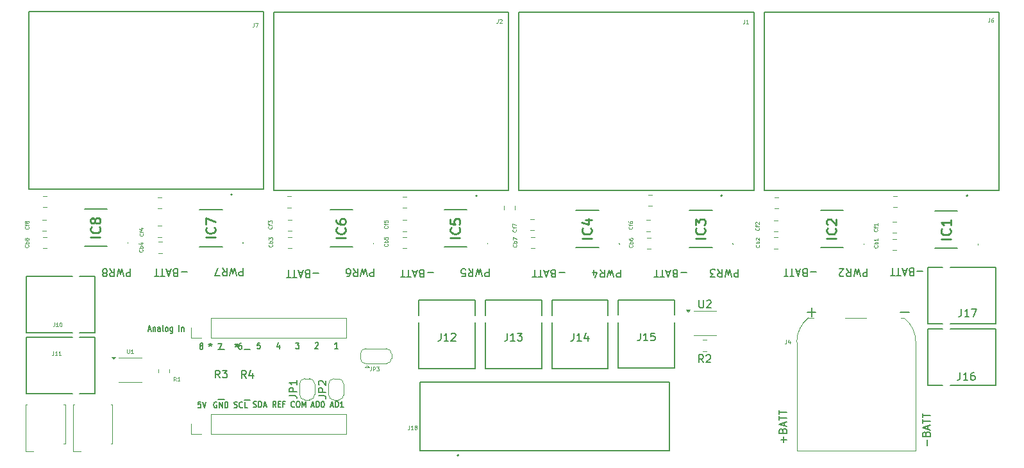
<source format=gbr>
%TF.GenerationSoftware,KiCad,Pcbnew,8.0.3*%
%TF.CreationDate,2025-06-04T12:00:17-07:00*%
%TF.ProjectId,Power_Distribution,506f7765-725f-4446-9973-747269627574,rev?*%
%TF.SameCoordinates,Original*%
%TF.FileFunction,Legend,Top*%
%TF.FilePolarity,Positive*%
%FSLAX46Y46*%
G04 Gerber Fmt 4.6, Leading zero omitted, Abs format (unit mm)*
G04 Created by KiCad (PCBNEW 8.0.3) date 2025-06-04 12:00:17*
%MOMM*%
%LPD*%
G01*
G04 APERTURE LIST*
%ADD10C,0.150000*%
%ADD11C,0.254000*%
%ADD12C,0.100000*%
%ADD13C,0.200000*%
%ADD14C,0.120000*%
%ADD15C,0.127000*%
%ADD16C,0.152400*%
G04 APERTURE END LIST*
D10*
X193211220Y-87861780D02*
X193211220Y-88861780D01*
X193211220Y-88861780D02*
X192830268Y-88861780D01*
X192830268Y-88861780D02*
X192735030Y-88814161D01*
X192735030Y-88814161D02*
X192687411Y-88766542D01*
X192687411Y-88766542D02*
X192639792Y-88671304D01*
X192639792Y-88671304D02*
X192639792Y-88528447D01*
X192639792Y-88528447D02*
X192687411Y-88433209D01*
X192687411Y-88433209D02*
X192735030Y-88385590D01*
X192735030Y-88385590D02*
X192830268Y-88337971D01*
X192830268Y-88337971D02*
X193211220Y-88337971D01*
X192306458Y-88861780D02*
X192068363Y-87861780D01*
X192068363Y-87861780D02*
X191877887Y-88576066D01*
X191877887Y-88576066D02*
X191687411Y-87861780D01*
X191687411Y-87861780D02*
X191449316Y-88861780D01*
X190496935Y-87861780D02*
X190830268Y-88337971D01*
X191068363Y-87861780D02*
X191068363Y-88861780D01*
X191068363Y-88861780D02*
X190687411Y-88861780D01*
X190687411Y-88861780D02*
X190592173Y-88814161D01*
X190592173Y-88814161D02*
X190544554Y-88766542D01*
X190544554Y-88766542D02*
X190496935Y-88671304D01*
X190496935Y-88671304D02*
X190496935Y-88528447D01*
X190496935Y-88528447D02*
X190544554Y-88433209D01*
X190544554Y-88433209D02*
X190592173Y-88385590D01*
X190592173Y-88385590D02*
X190687411Y-88337971D01*
X190687411Y-88337971D02*
X191068363Y-88337971D01*
X190115982Y-88766542D02*
X190068363Y-88814161D01*
X190068363Y-88814161D02*
X189973125Y-88861780D01*
X189973125Y-88861780D02*
X189735030Y-88861780D01*
X189735030Y-88861780D02*
X189639792Y-88814161D01*
X189639792Y-88814161D02*
X189592173Y-88766542D01*
X189592173Y-88766542D02*
X189544554Y-88671304D01*
X189544554Y-88671304D02*
X189544554Y-88576066D01*
X189544554Y-88576066D02*
X189592173Y-88433209D01*
X189592173Y-88433209D02*
X190163601Y-87861780D01*
X190163601Y-87861780D02*
X189544554Y-87861780D01*
X176193220Y-87912580D02*
X176193220Y-88912580D01*
X176193220Y-88912580D02*
X175812268Y-88912580D01*
X175812268Y-88912580D02*
X175717030Y-88864961D01*
X175717030Y-88864961D02*
X175669411Y-88817342D01*
X175669411Y-88817342D02*
X175621792Y-88722104D01*
X175621792Y-88722104D02*
X175621792Y-88579247D01*
X175621792Y-88579247D02*
X175669411Y-88484009D01*
X175669411Y-88484009D02*
X175717030Y-88436390D01*
X175717030Y-88436390D02*
X175812268Y-88388771D01*
X175812268Y-88388771D02*
X176193220Y-88388771D01*
X175288458Y-88912580D02*
X175050363Y-87912580D01*
X175050363Y-87912580D02*
X174859887Y-88626866D01*
X174859887Y-88626866D02*
X174669411Y-87912580D01*
X174669411Y-87912580D02*
X174431316Y-88912580D01*
X173478935Y-87912580D02*
X173812268Y-88388771D01*
X174050363Y-87912580D02*
X174050363Y-88912580D01*
X174050363Y-88912580D02*
X173669411Y-88912580D01*
X173669411Y-88912580D02*
X173574173Y-88864961D01*
X173574173Y-88864961D02*
X173526554Y-88817342D01*
X173526554Y-88817342D02*
X173478935Y-88722104D01*
X173478935Y-88722104D02*
X173478935Y-88579247D01*
X173478935Y-88579247D02*
X173526554Y-88484009D01*
X173526554Y-88484009D02*
X173574173Y-88436390D01*
X173574173Y-88436390D02*
X173669411Y-88388771D01*
X173669411Y-88388771D02*
X174050363Y-88388771D01*
X173145601Y-88912580D02*
X172526554Y-88912580D01*
X172526554Y-88912580D02*
X172859887Y-88531628D01*
X172859887Y-88531628D02*
X172717030Y-88531628D01*
X172717030Y-88531628D02*
X172621792Y-88484009D01*
X172621792Y-88484009D02*
X172574173Y-88436390D01*
X172574173Y-88436390D02*
X172526554Y-88341152D01*
X172526554Y-88341152D02*
X172526554Y-88103057D01*
X172526554Y-88103057D02*
X172574173Y-88007819D01*
X172574173Y-88007819D02*
X172621792Y-87960200D01*
X172621792Y-87960200D02*
X172717030Y-87912580D01*
X172717030Y-87912580D02*
X173002744Y-87912580D01*
X173002744Y-87912580D02*
X173097982Y-87960200D01*
X173097982Y-87960200D02*
X173145601Y-88007819D01*
X117573550Y-106067304D02*
X117540217Y-106105400D01*
X117540217Y-106105400D02*
X117440217Y-106143495D01*
X117440217Y-106143495D02*
X117373550Y-106143495D01*
X117373550Y-106143495D02*
X117273550Y-106105400D01*
X117273550Y-106105400D02*
X117206884Y-106029209D01*
X117206884Y-106029209D02*
X117173550Y-105953019D01*
X117173550Y-105953019D02*
X117140217Y-105800638D01*
X117140217Y-105800638D02*
X117140217Y-105686352D01*
X117140217Y-105686352D02*
X117173550Y-105533971D01*
X117173550Y-105533971D02*
X117206884Y-105457780D01*
X117206884Y-105457780D02*
X117273550Y-105381590D01*
X117273550Y-105381590D02*
X117373550Y-105343495D01*
X117373550Y-105343495D02*
X117440217Y-105343495D01*
X117440217Y-105343495D02*
X117540217Y-105381590D01*
X117540217Y-105381590D02*
X117573550Y-105419685D01*
X118006884Y-105343495D02*
X118140217Y-105343495D01*
X118140217Y-105343495D02*
X118206884Y-105381590D01*
X118206884Y-105381590D02*
X118273550Y-105457780D01*
X118273550Y-105457780D02*
X118306884Y-105610161D01*
X118306884Y-105610161D02*
X118306884Y-105876828D01*
X118306884Y-105876828D02*
X118273550Y-106029209D01*
X118273550Y-106029209D02*
X118206884Y-106105400D01*
X118206884Y-106105400D02*
X118140217Y-106143495D01*
X118140217Y-106143495D02*
X118006884Y-106143495D01*
X118006884Y-106143495D02*
X117940217Y-106105400D01*
X117940217Y-106105400D02*
X117873550Y-106029209D01*
X117873550Y-106029209D02*
X117840217Y-105876828D01*
X117840217Y-105876828D02*
X117840217Y-105610161D01*
X117840217Y-105610161D02*
X117873550Y-105457780D01*
X117873550Y-105457780D02*
X117940217Y-105381590D01*
X117940217Y-105381590D02*
X118006884Y-105343495D01*
X118606883Y-106143495D02*
X118606883Y-105343495D01*
X118606883Y-105343495D02*
X118840217Y-105914923D01*
X118840217Y-105914923D02*
X119073550Y-105343495D01*
X119073550Y-105343495D02*
X119073550Y-106143495D01*
X103396820Y-88242733D02*
X102634916Y-88242733D01*
X101825392Y-88385590D02*
X101682535Y-88337971D01*
X101682535Y-88337971D02*
X101634916Y-88290352D01*
X101634916Y-88290352D02*
X101587297Y-88195114D01*
X101587297Y-88195114D02*
X101587297Y-88052257D01*
X101587297Y-88052257D02*
X101634916Y-87957019D01*
X101634916Y-87957019D02*
X101682535Y-87909400D01*
X101682535Y-87909400D02*
X101777773Y-87861780D01*
X101777773Y-87861780D02*
X102158725Y-87861780D01*
X102158725Y-87861780D02*
X102158725Y-88861780D01*
X102158725Y-88861780D02*
X101825392Y-88861780D01*
X101825392Y-88861780D02*
X101730154Y-88814161D01*
X101730154Y-88814161D02*
X101682535Y-88766542D01*
X101682535Y-88766542D02*
X101634916Y-88671304D01*
X101634916Y-88671304D02*
X101634916Y-88576066D01*
X101634916Y-88576066D02*
X101682535Y-88480828D01*
X101682535Y-88480828D02*
X101730154Y-88433209D01*
X101730154Y-88433209D02*
X101825392Y-88385590D01*
X101825392Y-88385590D02*
X102158725Y-88385590D01*
X101206344Y-88147495D02*
X100730154Y-88147495D01*
X101301582Y-87861780D02*
X100968249Y-88861780D01*
X100968249Y-88861780D02*
X100634916Y-87861780D01*
X100444439Y-88861780D02*
X99873011Y-88861780D01*
X100158725Y-87861780D02*
X100158725Y-88861780D01*
X99682534Y-88861780D02*
X99111106Y-88861780D01*
X99396820Y-87861780D02*
X99396820Y-88861780D01*
X128085620Y-87861780D02*
X128085620Y-88861780D01*
X128085620Y-88861780D02*
X127704668Y-88861780D01*
X127704668Y-88861780D02*
X127609430Y-88814161D01*
X127609430Y-88814161D02*
X127561811Y-88766542D01*
X127561811Y-88766542D02*
X127514192Y-88671304D01*
X127514192Y-88671304D02*
X127514192Y-88528447D01*
X127514192Y-88528447D02*
X127561811Y-88433209D01*
X127561811Y-88433209D02*
X127609430Y-88385590D01*
X127609430Y-88385590D02*
X127704668Y-88337971D01*
X127704668Y-88337971D02*
X128085620Y-88337971D01*
X127180858Y-88861780D02*
X126942763Y-87861780D01*
X126942763Y-87861780D02*
X126752287Y-88576066D01*
X126752287Y-88576066D02*
X126561811Y-87861780D01*
X126561811Y-87861780D02*
X126323716Y-88861780D01*
X125371335Y-87861780D02*
X125704668Y-88337971D01*
X125942763Y-87861780D02*
X125942763Y-88861780D01*
X125942763Y-88861780D02*
X125561811Y-88861780D01*
X125561811Y-88861780D02*
X125466573Y-88814161D01*
X125466573Y-88814161D02*
X125418954Y-88766542D01*
X125418954Y-88766542D02*
X125371335Y-88671304D01*
X125371335Y-88671304D02*
X125371335Y-88528447D01*
X125371335Y-88528447D02*
X125418954Y-88433209D01*
X125418954Y-88433209D02*
X125466573Y-88385590D01*
X125466573Y-88385590D02*
X125561811Y-88337971D01*
X125561811Y-88337971D02*
X125942763Y-88337971D01*
X124514192Y-88861780D02*
X124704668Y-88861780D01*
X124704668Y-88861780D02*
X124799906Y-88814161D01*
X124799906Y-88814161D02*
X124847525Y-88766542D01*
X124847525Y-88766542D02*
X124942763Y-88623685D01*
X124942763Y-88623685D02*
X124990382Y-88433209D01*
X124990382Y-88433209D02*
X124990382Y-88052257D01*
X124990382Y-88052257D02*
X124942763Y-87957019D01*
X124942763Y-87957019D02*
X124895144Y-87909400D01*
X124895144Y-87909400D02*
X124799906Y-87861780D01*
X124799906Y-87861780D02*
X124609430Y-87861780D01*
X124609430Y-87861780D02*
X124514192Y-87909400D01*
X124514192Y-87909400D02*
X124466573Y-87957019D01*
X124466573Y-87957019D02*
X124418954Y-88052257D01*
X124418954Y-88052257D02*
X124418954Y-88290352D01*
X124418954Y-88290352D02*
X124466573Y-88385590D01*
X124466573Y-88385590D02*
X124514192Y-88433209D01*
X124514192Y-88433209D02*
X124609430Y-88480828D01*
X124609430Y-88480828D02*
X124799906Y-88480828D01*
X124799906Y-88480828D02*
X124895144Y-88433209D01*
X124895144Y-88433209D02*
X124942763Y-88385590D01*
X124942763Y-88385590D02*
X124990382Y-88290352D01*
X112161817Y-106105400D02*
X112261817Y-106143495D01*
X112261817Y-106143495D02*
X112428484Y-106143495D01*
X112428484Y-106143495D02*
X112495150Y-106105400D01*
X112495150Y-106105400D02*
X112528484Y-106067304D01*
X112528484Y-106067304D02*
X112561817Y-105991114D01*
X112561817Y-105991114D02*
X112561817Y-105914923D01*
X112561817Y-105914923D02*
X112528484Y-105838733D01*
X112528484Y-105838733D02*
X112495150Y-105800638D01*
X112495150Y-105800638D02*
X112428484Y-105762542D01*
X112428484Y-105762542D02*
X112295150Y-105724447D01*
X112295150Y-105724447D02*
X112228484Y-105686352D01*
X112228484Y-105686352D02*
X112195150Y-105648257D01*
X112195150Y-105648257D02*
X112161817Y-105572066D01*
X112161817Y-105572066D02*
X112161817Y-105495876D01*
X112161817Y-105495876D02*
X112195150Y-105419685D01*
X112195150Y-105419685D02*
X112228484Y-105381590D01*
X112228484Y-105381590D02*
X112295150Y-105343495D01*
X112295150Y-105343495D02*
X112461817Y-105343495D01*
X112461817Y-105343495D02*
X112561817Y-105381590D01*
X112861817Y-106143495D02*
X112861817Y-105343495D01*
X112861817Y-105343495D02*
X113028484Y-105343495D01*
X113028484Y-105343495D02*
X113128484Y-105381590D01*
X113128484Y-105381590D02*
X113195151Y-105457780D01*
X113195151Y-105457780D02*
X113228484Y-105533971D01*
X113228484Y-105533971D02*
X113261817Y-105686352D01*
X113261817Y-105686352D02*
X113261817Y-105800638D01*
X113261817Y-105800638D02*
X113228484Y-105953019D01*
X113228484Y-105953019D02*
X113195151Y-106029209D01*
X113195151Y-106029209D02*
X113128484Y-106105400D01*
X113128484Y-106105400D02*
X113028484Y-106143495D01*
X113028484Y-106143495D02*
X112861817Y-106143495D01*
X113528484Y-105914923D02*
X113861817Y-105914923D01*
X113461817Y-106143495D02*
X113695151Y-105343495D01*
X113695151Y-105343495D02*
X113928484Y-106143495D01*
X107505684Y-97723495D02*
X107972350Y-97723495D01*
X107972350Y-97723495D02*
X107672350Y-98523495D01*
X115644750Y-97888561D02*
X115644750Y-98421895D01*
X115478084Y-97583800D02*
X115311417Y-98155228D01*
X115311417Y-98155228D02*
X115744750Y-98155228D01*
X109621817Y-106156200D02*
X109721817Y-106194295D01*
X109721817Y-106194295D02*
X109888484Y-106194295D01*
X109888484Y-106194295D02*
X109955150Y-106156200D01*
X109955150Y-106156200D02*
X109988484Y-106118104D01*
X109988484Y-106118104D02*
X110021817Y-106041914D01*
X110021817Y-106041914D02*
X110021817Y-105965723D01*
X110021817Y-105965723D02*
X109988484Y-105889533D01*
X109988484Y-105889533D02*
X109955150Y-105851438D01*
X109955150Y-105851438D02*
X109888484Y-105813342D01*
X109888484Y-105813342D02*
X109755150Y-105775247D01*
X109755150Y-105775247D02*
X109688484Y-105737152D01*
X109688484Y-105737152D02*
X109655150Y-105699057D01*
X109655150Y-105699057D02*
X109621817Y-105622866D01*
X109621817Y-105622866D02*
X109621817Y-105546676D01*
X109621817Y-105546676D02*
X109655150Y-105470485D01*
X109655150Y-105470485D02*
X109688484Y-105432390D01*
X109688484Y-105432390D02*
X109755150Y-105394295D01*
X109755150Y-105394295D02*
X109921817Y-105394295D01*
X109921817Y-105394295D02*
X110021817Y-105432390D01*
X110721817Y-106118104D02*
X110688484Y-106156200D01*
X110688484Y-106156200D02*
X110588484Y-106194295D01*
X110588484Y-106194295D02*
X110521817Y-106194295D01*
X110521817Y-106194295D02*
X110421817Y-106156200D01*
X110421817Y-106156200D02*
X110355151Y-106080009D01*
X110355151Y-106080009D02*
X110321817Y-106003819D01*
X110321817Y-106003819D02*
X110288484Y-105851438D01*
X110288484Y-105851438D02*
X110288484Y-105737152D01*
X110288484Y-105737152D02*
X110321817Y-105584771D01*
X110321817Y-105584771D02*
X110355151Y-105508580D01*
X110355151Y-105508580D02*
X110421817Y-105432390D01*
X110421817Y-105432390D02*
X110521817Y-105394295D01*
X110521817Y-105394295D02*
X110588484Y-105394295D01*
X110588484Y-105394295D02*
X110688484Y-105432390D01*
X110688484Y-105432390D02*
X110721817Y-105470485D01*
X111355151Y-106194295D02*
X111021817Y-106194295D01*
X111021817Y-106194295D02*
X111021817Y-105394295D01*
X115135150Y-106143495D02*
X114901817Y-105762542D01*
X114735150Y-106143495D02*
X114735150Y-105343495D01*
X114735150Y-105343495D02*
X115001817Y-105343495D01*
X115001817Y-105343495D02*
X115068484Y-105381590D01*
X115068484Y-105381590D02*
X115101817Y-105419685D01*
X115101817Y-105419685D02*
X115135150Y-105495876D01*
X115135150Y-105495876D02*
X115135150Y-105610161D01*
X115135150Y-105610161D02*
X115101817Y-105686352D01*
X115101817Y-105686352D02*
X115068484Y-105724447D01*
X115068484Y-105724447D02*
X115001817Y-105762542D01*
X115001817Y-105762542D02*
X114735150Y-105762542D01*
X115435150Y-105724447D02*
X115668484Y-105724447D01*
X115768484Y-106143495D02*
X115435150Y-106143495D01*
X115435150Y-106143495D02*
X115435150Y-105343495D01*
X115435150Y-105343495D02*
X115768484Y-105343495D01*
X116301817Y-105724447D02*
X116068483Y-105724447D01*
X116068483Y-106143495D02*
X116068483Y-105343495D01*
X116068483Y-105343495D02*
X116401817Y-105343495D01*
X182198866Y-110783220D02*
X182198866Y-110021316D01*
X182579819Y-110402268D02*
X181817914Y-110402268D01*
X182056009Y-109211792D02*
X182103628Y-109068935D01*
X182103628Y-109068935D02*
X182151247Y-109021316D01*
X182151247Y-109021316D02*
X182246485Y-108973697D01*
X182246485Y-108973697D02*
X182389342Y-108973697D01*
X182389342Y-108973697D02*
X182484580Y-109021316D01*
X182484580Y-109021316D02*
X182532200Y-109068935D01*
X182532200Y-109068935D02*
X182579819Y-109164173D01*
X182579819Y-109164173D02*
X182579819Y-109545125D01*
X182579819Y-109545125D02*
X181579819Y-109545125D01*
X181579819Y-109545125D02*
X181579819Y-109211792D01*
X181579819Y-109211792D02*
X181627438Y-109116554D01*
X181627438Y-109116554D02*
X181675057Y-109068935D01*
X181675057Y-109068935D02*
X181770295Y-109021316D01*
X181770295Y-109021316D02*
X181865533Y-109021316D01*
X181865533Y-109021316D02*
X181960771Y-109068935D01*
X181960771Y-109068935D02*
X182008390Y-109116554D01*
X182008390Y-109116554D02*
X182056009Y-109211792D01*
X182056009Y-109211792D02*
X182056009Y-109545125D01*
X182294104Y-108592744D02*
X182294104Y-108116554D01*
X182579819Y-108687982D02*
X181579819Y-108354649D01*
X181579819Y-108354649D02*
X182579819Y-108021316D01*
X181579819Y-107830839D02*
X181579819Y-107259411D01*
X182579819Y-107545125D02*
X181579819Y-107545125D01*
X181579819Y-107068934D02*
X181579819Y-106497506D01*
X182579819Y-106783220D02*
X181579819Y-106783220D01*
X98293417Y-95856523D02*
X98626750Y-95856523D01*
X98226750Y-96085095D02*
X98460084Y-95285095D01*
X98460084Y-95285095D02*
X98693417Y-96085095D01*
X98926750Y-95551761D02*
X98926750Y-96085095D01*
X98926750Y-95627952D02*
X98960084Y-95589857D01*
X98960084Y-95589857D02*
X99026750Y-95551761D01*
X99026750Y-95551761D02*
X99126750Y-95551761D01*
X99126750Y-95551761D02*
X99193417Y-95589857D01*
X99193417Y-95589857D02*
X99226750Y-95666047D01*
X99226750Y-95666047D02*
X99226750Y-96085095D01*
X99860083Y-96085095D02*
X99860083Y-95666047D01*
X99860083Y-95666047D02*
X99826750Y-95589857D01*
X99826750Y-95589857D02*
X99760083Y-95551761D01*
X99760083Y-95551761D02*
X99626750Y-95551761D01*
X99626750Y-95551761D02*
X99560083Y-95589857D01*
X99860083Y-96047000D02*
X99793417Y-96085095D01*
X99793417Y-96085095D02*
X99626750Y-96085095D01*
X99626750Y-96085095D02*
X99560083Y-96047000D01*
X99560083Y-96047000D02*
X99526750Y-95970809D01*
X99526750Y-95970809D02*
X99526750Y-95894619D01*
X99526750Y-95894619D02*
X99560083Y-95818428D01*
X99560083Y-95818428D02*
X99626750Y-95780333D01*
X99626750Y-95780333D02*
X99793417Y-95780333D01*
X99793417Y-95780333D02*
X99860083Y-95742238D01*
X100293416Y-96085095D02*
X100226750Y-96047000D01*
X100226750Y-96047000D02*
X100193416Y-95970809D01*
X100193416Y-95970809D02*
X100193416Y-95285095D01*
X100660083Y-96085095D02*
X100593417Y-96047000D01*
X100593417Y-96047000D02*
X100560083Y-96008904D01*
X100560083Y-96008904D02*
X100526750Y-95932714D01*
X100526750Y-95932714D02*
X100526750Y-95704142D01*
X100526750Y-95704142D02*
X100560083Y-95627952D01*
X100560083Y-95627952D02*
X100593417Y-95589857D01*
X100593417Y-95589857D02*
X100660083Y-95551761D01*
X100660083Y-95551761D02*
X100760083Y-95551761D01*
X100760083Y-95551761D02*
X100826750Y-95589857D01*
X100826750Y-95589857D02*
X100860083Y-95627952D01*
X100860083Y-95627952D02*
X100893417Y-95704142D01*
X100893417Y-95704142D02*
X100893417Y-95932714D01*
X100893417Y-95932714D02*
X100860083Y-96008904D01*
X100860083Y-96008904D02*
X100826750Y-96047000D01*
X100826750Y-96047000D02*
X100760083Y-96085095D01*
X100760083Y-96085095D02*
X100660083Y-96085095D01*
X101493416Y-95551761D02*
X101493416Y-96199380D01*
X101493416Y-96199380D02*
X101460083Y-96275571D01*
X101460083Y-96275571D02*
X101426750Y-96313666D01*
X101426750Y-96313666D02*
X101360083Y-96351761D01*
X101360083Y-96351761D02*
X101260083Y-96351761D01*
X101260083Y-96351761D02*
X101193416Y-96313666D01*
X101493416Y-96047000D02*
X101426750Y-96085095D01*
X101426750Y-96085095D02*
X101293416Y-96085095D01*
X101293416Y-96085095D02*
X101226750Y-96047000D01*
X101226750Y-96047000D02*
X101193416Y-96008904D01*
X101193416Y-96008904D02*
X101160083Y-95932714D01*
X101160083Y-95932714D02*
X101160083Y-95704142D01*
X101160083Y-95704142D02*
X101193416Y-95627952D01*
X101193416Y-95627952D02*
X101226750Y-95589857D01*
X101226750Y-95589857D02*
X101293416Y-95551761D01*
X101293416Y-95551761D02*
X101426750Y-95551761D01*
X101426750Y-95551761D02*
X101493416Y-95589857D01*
X102360082Y-96085095D02*
X102360082Y-95285095D01*
X102693415Y-95551761D02*
X102693415Y-96085095D01*
X102693415Y-95627952D02*
X102726749Y-95589857D01*
X102726749Y-95589857D02*
X102793415Y-95551761D01*
X102793415Y-95551761D02*
X102893415Y-95551761D01*
X102893415Y-95551761D02*
X102960082Y-95589857D01*
X102960082Y-95589857D02*
X102993415Y-95666047D01*
X102993415Y-95666047D02*
X102993415Y-96085095D01*
X110564750Y-97672695D02*
X110431417Y-97672695D01*
X110431417Y-97672695D02*
X110364750Y-97710790D01*
X110364750Y-97710790D02*
X110331417Y-97748885D01*
X110331417Y-97748885D02*
X110264750Y-97863171D01*
X110264750Y-97863171D02*
X110231417Y-98015552D01*
X110231417Y-98015552D02*
X110231417Y-98320314D01*
X110231417Y-98320314D02*
X110264750Y-98396504D01*
X110264750Y-98396504D02*
X110298084Y-98434600D01*
X110298084Y-98434600D02*
X110364750Y-98472695D01*
X110364750Y-98472695D02*
X110498084Y-98472695D01*
X110498084Y-98472695D02*
X110564750Y-98434600D01*
X110564750Y-98434600D02*
X110598084Y-98396504D01*
X110598084Y-98396504D02*
X110631417Y-98320314D01*
X110631417Y-98320314D02*
X110631417Y-98129838D01*
X110631417Y-98129838D02*
X110598084Y-98053647D01*
X110598084Y-98053647D02*
X110564750Y-98015552D01*
X110564750Y-98015552D02*
X110498084Y-97977457D01*
X110498084Y-97977457D02*
X110364750Y-97977457D01*
X110364750Y-97977457D02*
X110298084Y-98015552D01*
X110298084Y-98015552D02*
X110264750Y-98053647D01*
X110264750Y-98053647D02*
X110231417Y-98129838D01*
X110813620Y-87760180D02*
X110813620Y-88760180D01*
X110813620Y-88760180D02*
X110432668Y-88760180D01*
X110432668Y-88760180D02*
X110337430Y-88712561D01*
X110337430Y-88712561D02*
X110289811Y-88664942D01*
X110289811Y-88664942D02*
X110242192Y-88569704D01*
X110242192Y-88569704D02*
X110242192Y-88426847D01*
X110242192Y-88426847D02*
X110289811Y-88331609D01*
X110289811Y-88331609D02*
X110337430Y-88283990D01*
X110337430Y-88283990D02*
X110432668Y-88236371D01*
X110432668Y-88236371D02*
X110813620Y-88236371D01*
X109908858Y-88760180D02*
X109670763Y-87760180D01*
X109670763Y-87760180D02*
X109480287Y-88474466D01*
X109480287Y-88474466D02*
X109289811Y-87760180D01*
X109289811Y-87760180D02*
X109051716Y-88760180D01*
X108099335Y-87760180D02*
X108432668Y-88236371D01*
X108670763Y-87760180D02*
X108670763Y-88760180D01*
X108670763Y-88760180D02*
X108289811Y-88760180D01*
X108289811Y-88760180D02*
X108194573Y-88712561D01*
X108194573Y-88712561D02*
X108146954Y-88664942D01*
X108146954Y-88664942D02*
X108099335Y-88569704D01*
X108099335Y-88569704D02*
X108099335Y-88426847D01*
X108099335Y-88426847D02*
X108146954Y-88331609D01*
X108146954Y-88331609D02*
X108194573Y-88283990D01*
X108194573Y-88283990D02*
X108289811Y-88236371D01*
X108289811Y-88236371D02*
X108670763Y-88236371D01*
X107766001Y-88760180D02*
X107099335Y-88760180D01*
X107099335Y-88760180D02*
X107527906Y-87760180D01*
X169386020Y-88344333D02*
X168624116Y-88344333D01*
X167814592Y-88487190D02*
X167671735Y-88439571D01*
X167671735Y-88439571D02*
X167624116Y-88391952D01*
X167624116Y-88391952D02*
X167576497Y-88296714D01*
X167576497Y-88296714D02*
X167576497Y-88153857D01*
X167576497Y-88153857D02*
X167624116Y-88058619D01*
X167624116Y-88058619D02*
X167671735Y-88011000D01*
X167671735Y-88011000D02*
X167766973Y-87963380D01*
X167766973Y-87963380D02*
X168147925Y-87963380D01*
X168147925Y-87963380D02*
X168147925Y-88963380D01*
X168147925Y-88963380D02*
X167814592Y-88963380D01*
X167814592Y-88963380D02*
X167719354Y-88915761D01*
X167719354Y-88915761D02*
X167671735Y-88868142D01*
X167671735Y-88868142D02*
X167624116Y-88772904D01*
X167624116Y-88772904D02*
X167624116Y-88677666D01*
X167624116Y-88677666D02*
X167671735Y-88582428D01*
X167671735Y-88582428D02*
X167719354Y-88534809D01*
X167719354Y-88534809D02*
X167814592Y-88487190D01*
X167814592Y-88487190D02*
X168147925Y-88487190D01*
X167195544Y-88249095D02*
X166719354Y-88249095D01*
X167290782Y-87963380D02*
X166957449Y-88963380D01*
X166957449Y-88963380D02*
X166624116Y-87963380D01*
X166433639Y-88963380D02*
X165862211Y-88963380D01*
X166147925Y-87963380D02*
X166147925Y-88963380D01*
X165671734Y-88963380D02*
X165100306Y-88963380D01*
X165386020Y-87963380D02*
X165386020Y-88963380D01*
X153282420Y-88344333D02*
X152520516Y-88344333D01*
X151710992Y-88487190D02*
X151568135Y-88439571D01*
X151568135Y-88439571D02*
X151520516Y-88391952D01*
X151520516Y-88391952D02*
X151472897Y-88296714D01*
X151472897Y-88296714D02*
X151472897Y-88153857D01*
X151472897Y-88153857D02*
X151520516Y-88058619D01*
X151520516Y-88058619D02*
X151568135Y-88011000D01*
X151568135Y-88011000D02*
X151663373Y-87963380D01*
X151663373Y-87963380D02*
X152044325Y-87963380D01*
X152044325Y-87963380D02*
X152044325Y-88963380D01*
X152044325Y-88963380D02*
X151710992Y-88963380D01*
X151710992Y-88963380D02*
X151615754Y-88915761D01*
X151615754Y-88915761D02*
X151568135Y-88868142D01*
X151568135Y-88868142D02*
X151520516Y-88772904D01*
X151520516Y-88772904D02*
X151520516Y-88677666D01*
X151520516Y-88677666D02*
X151568135Y-88582428D01*
X151568135Y-88582428D02*
X151615754Y-88534809D01*
X151615754Y-88534809D02*
X151710992Y-88487190D01*
X151710992Y-88487190D02*
X152044325Y-88487190D01*
X151091944Y-88249095D02*
X150615754Y-88249095D01*
X151187182Y-87963380D02*
X150853849Y-88963380D01*
X150853849Y-88963380D02*
X150520516Y-87963380D01*
X150330039Y-88963380D02*
X149758611Y-88963380D01*
X150044325Y-87963380D02*
X150044325Y-88963380D01*
X149568134Y-88963380D02*
X148996706Y-88963380D01*
X149282420Y-87963380D02*
X149282420Y-88963380D01*
X120821220Y-88395133D02*
X120059316Y-88395133D01*
X119249792Y-88537990D02*
X119106935Y-88490371D01*
X119106935Y-88490371D02*
X119059316Y-88442752D01*
X119059316Y-88442752D02*
X119011697Y-88347514D01*
X119011697Y-88347514D02*
X119011697Y-88204657D01*
X119011697Y-88204657D02*
X119059316Y-88109419D01*
X119059316Y-88109419D02*
X119106935Y-88061800D01*
X119106935Y-88061800D02*
X119202173Y-88014180D01*
X119202173Y-88014180D02*
X119583125Y-88014180D01*
X119583125Y-88014180D02*
X119583125Y-89014180D01*
X119583125Y-89014180D02*
X119249792Y-89014180D01*
X119249792Y-89014180D02*
X119154554Y-88966561D01*
X119154554Y-88966561D02*
X119106935Y-88918942D01*
X119106935Y-88918942D02*
X119059316Y-88823704D01*
X119059316Y-88823704D02*
X119059316Y-88728466D01*
X119059316Y-88728466D02*
X119106935Y-88633228D01*
X119106935Y-88633228D02*
X119154554Y-88585609D01*
X119154554Y-88585609D02*
X119249792Y-88537990D01*
X119249792Y-88537990D02*
X119583125Y-88537990D01*
X118630744Y-88299895D02*
X118154554Y-88299895D01*
X118725982Y-88014180D02*
X118392649Y-89014180D01*
X118392649Y-89014180D02*
X118059316Y-88014180D01*
X117868839Y-89014180D02*
X117297411Y-89014180D01*
X117583125Y-88014180D02*
X117583125Y-89014180D01*
X117106934Y-89014180D02*
X116535506Y-89014180D01*
X116821220Y-88014180D02*
X116821220Y-89014180D01*
X135908820Y-88344333D02*
X135146916Y-88344333D01*
X134337392Y-88487190D02*
X134194535Y-88439571D01*
X134194535Y-88439571D02*
X134146916Y-88391952D01*
X134146916Y-88391952D02*
X134099297Y-88296714D01*
X134099297Y-88296714D02*
X134099297Y-88153857D01*
X134099297Y-88153857D02*
X134146916Y-88058619D01*
X134146916Y-88058619D02*
X134194535Y-88011000D01*
X134194535Y-88011000D02*
X134289773Y-87963380D01*
X134289773Y-87963380D02*
X134670725Y-87963380D01*
X134670725Y-87963380D02*
X134670725Y-88963380D01*
X134670725Y-88963380D02*
X134337392Y-88963380D01*
X134337392Y-88963380D02*
X134242154Y-88915761D01*
X134242154Y-88915761D02*
X134194535Y-88868142D01*
X134194535Y-88868142D02*
X134146916Y-88772904D01*
X134146916Y-88772904D02*
X134146916Y-88677666D01*
X134146916Y-88677666D02*
X134194535Y-88582428D01*
X134194535Y-88582428D02*
X134242154Y-88534809D01*
X134242154Y-88534809D02*
X134337392Y-88487190D01*
X134337392Y-88487190D02*
X134670725Y-88487190D01*
X133718344Y-88249095D02*
X133242154Y-88249095D01*
X133813582Y-87963380D02*
X133480249Y-88963380D01*
X133480249Y-88963380D02*
X133146916Y-87963380D01*
X132956439Y-88963380D02*
X132385011Y-88963380D01*
X132670725Y-87963380D02*
X132670725Y-88963380D01*
X132194534Y-88963380D02*
X131623106Y-88963380D01*
X131908820Y-87963380D02*
X131908820Y-88963380D01*
X105233950Y-98020552D02*
X105167284Y-97982457D01*
X105167284Y-97982457D02*
X105133950Y-97944361D01*
X105133950Y-97944361D02*
X105100617Y-97868171D01*
X105100617Y-97868171D02*
X105100617Y-97830076D01*
X105100617Y-97830076D02*
X105133950Y-97753885D01*
X105133950Y-97753885D02*
X105167284Y-97715790D01*
X105167284Y-97715790D02*
X105233950Y-97677695D01*
X105233950Y-97677695D02*
X105367284Y-97677695D01*
X105367284Y-97677695D02*
X105433950Y-97715790D01*
X105433950Y-97715790D02*
X105467284Y-97753885D01*
X105467284Y-97753885D02*
X105500617Y-97830076D01*
X105500617Y-97830076D02*
X105500617Y-97868171D01*
X105500617Y-97868171D02*
X105467284Y-97944361D01*
X105467284Y-97944361D02*
X105433950Y-97982457D01*
X105433950Y-97982457D02*
X105367284Y-98020552D01*
X105367284Y-98020552D02*
X105233950Y-98020552D01*
X105233950Y-98020552D02*
X105167284Y-98058647D01*
X105167284Y-98058647D02*
X105133950Y-98096742D01*
X105133950Y-98096742D02*
X105100617Y-98172933D01*
X105100617Y-98172933D02*
X105100617Y-98325314D01*
X105100617Y-98325314D02*
X105133950Y-98401504D01*
X105133950Y-98401504D02*
X105167284Y-98439600D01*
X105167284Y-98439600D02*
X105233950Y-98477695D01*
X105233950Y-98477695D02*
X105367284Y-98477695D01*
X105367284Y-98477695D02*
X105433950Y-98439600D01*
X105433950Y-98439600D02*
X105467284Y-98401504D01*
X105467284Y-98401504D02*
X105500617Y-98325314D01*
X105500617Y-98325314D02*
X105500617Y-98172933D01*
X105500617Y-98172933D02*
X105467284Y-98096742D01*
X105467284Y-98096742D02*
X105433950Y-98058647D01*
X105433950Y-98058647D02*
X105367284Y-98020552D01*
X107329417Y-105432390D02*
X107262750Y-105394295D01*
X107262750Y-105394295D02*
X107162750Y-105394295D01*
X107162750Y-105394295D02*
X107062750Y-105432390D01*
X107062750Y-105432390D02*
X106996084Y-105508580D01*
X106996084Y-105508580D02*
X106962750Y-105584771D01*
X106962750Y-105584771D02*
X106929417Y-105737152D01*
X106929417Y-105737152D02*
X106929417Y-105851438D01*
X106929417Y-105851438D02*
X106962750Y-106003819D01*
X106962750Y-106003819D02*
X106996084Y-106080009D01*
X106996084Y-106080009D02*
X107062750Y-106156200D01*
X107062750Y-106156200D02*
X107162750Y-106194295D01*
X107162750Y-106194295D02*
X107229417Y-106194295D01*
X107229417Y-106194295D02*
X107329417Y-106156200D01*
X107329417Y-106156200D02*
X107362750Y-106118104D01*
X107362750Y-106118104D02*
X107362750Y-105851438D01*
X107362750Y-105851438D02*
X107229417Y-105851438D01*
X107662750Y-106194295D02*
X107662750Y-105394295D01*
X107662750Y-105394295D02*
X108062750Y-106194295D01*
X108062750Y-106194295D02*
X108062750Y-105394295D01*
X108396083Y-106194295D02*
X108396083Y-105394295D01*
X108396083Y-105394295D02*
X108562750Y-105394295D01*
X108562750Y-105394295D02*
X108662750Y-105432390D01*
X108662750Y-105432390D02*
X108729417Y-105508580D01*
X108729417Y-105508580D02*
X108762750Y-105584771D01*
X108762750Y-105584771D02*
X108796083Y-105737152D01*
X108796083Y-105737152D02*
X108796083Y-105851438D01*
X108796083Y-105851438D02*
X108762750Y-106003819D01*
X108762750Y-106003819D02*
X108729417Y-106080009D01*
X108729417Y-106080009D02*
X108662750Y-106156200D01*
X108662750Y-106156200D02*
X108562750Y-106194295D01*
X108562750Y-106194295D02*
X108396083Y-106194295D01*
X160648420Y-87963380D02*
X160648420Y-88963380D01*
X160648420Y-88963380D02*
X160267468Y-88963380D01*
X160267468Y-88963380D02*
X160172230Y-88915761D01*
X160172230Y-88915761D02*
X160124611Y-88868142D01*
X160124611Y-88868142D02*
X160076992Y-88772904D01*
X160076992Y-88772904D02*
X160076992Y-88630047D01*
X160076992Y-88630047D02*
X160124611Y-88534809D01*
X160124611Y-88534809D02*
X160172230Y-88487190D01*
X160172230Y-88487190D02*
X160267468Y-88439571D01*
X160267468Y-88439571D02*
X160648420Y-88439571D01*
X159743658Y-88963380D02*
X159505563Y-87963380D01*
X159505563Y-87963380D02*
X159315087Y-88677666D01*
X159315087Y-88677666D02*
X159124611Y-87963380D01*
X159124611Y-87963380D02*
X158886516Y-88963380D01*
X157934135Y-87963380D02*
X158267468Y-88439571D01*
X158505563Y-87963380D02*
X158505563Y-88963380D01*
X158505563Y-88963380D02*
X158124611Y-88963380D01*
X158124611Y-88963380D02*
X158029373Y-88915761D01*
X158029373Y-88915761D02*
X157981754Y-88868142D01*
X157981754Y-88868142D02*
X157934135Y-88772904D01*
X157934135Y-88772904D02*
X157934135Y-88630047D01*
X157934135Y-88630047D02*
X157981754Y-88534809D01*
X157981754Y-88534809D02*
X158029373Y-88487190D01*
X158029373Y-88487190D02*
X158124611Y-88439571D01*
X158124611Y-88439571D02*
X158505563Y-88439571D01*
X157076992Y-88630047D02*
X157076992Y-87963380D01*
X157315087Y-89011000D02*
X157553182Y-88296714D01*
X157553182Y-88296714D02*
X156934135Y-88296714D01*
X201138866Y-111213220D02*
X201138866Y-110451316D01*
X200996009Y-109641792D02*
X201043628Y-109498935D01*
X201043628Y-109498935D02*
X201091247Y-109451316D01*
X201091247Y-109451316D02*
X201186485Y-109403697D01*
X201186485Y-109403697D02*
X201329342Y-109403697D01*
X201329342Y-109403697D02*
X201424580Y-109451316D01*
X201424580Y-109451316D02*
X201472200Y-109498935D01*
X201472200Y-109498935D02*
X201519819Y-109594173D01*
X201519819Y-109594173D02*
X201519819Y-109975125D01*
X201519819Y-109975125D02*
X200519819Y-109975125D01*
X200519819Y-109975125D02*
X200519819Y-109641792D01*
X200519819Y-109641792D02*
X200567438Y-109546554D01*
X200567438Y-109546554D02*
X200615057Y-109498935D01*
X200615057Y-109498935D02*
X200710295Y-109451316D01*
X200710295Y-109451316D02*
X200805533Y-109451316D01*
X200805533Y-109451316D02*
X200900771Y-109498935D01*
X200900771Y-109498935D02*
X200948390Y-109546554D01*
X200948390Y-109546554D02*
X200996009Y-109641792D01*
X200996009Y-109641792D02*
X200996009Y-109975125D01*
X201234104Y-109022744D02*
X201234104Y-108546554D01*
X201519819Y-109117982D02*
X200519819Y-108784649D01*
X200519819Y-108784649D02*
X201519819Y-108451316D01*
X200519819Y-108260839D02*
X200519819Y-107689411D01*
X201519819Y-107975125D02*
X200519819Y-107975125D01*
X200519819Y-107498934D02*
X200519819Y-106927506D01*
X201519819Y-107213220D02*
X200519819Y-107213220D01*
X200577220Y-88141133D02*
X199815316Y-88141133D01*
X199005792Y-88283990D02*
X198862935Y-88236371D01*
X198862935Y-88236371D02*
X198815316Y-88188752D01*
X198815316Y-88188752D02*
X198767697Y-88093514D01*
X198767697Y-88093514D02*
X198767697Y-87950657D01*
X198767697Y-87950657D02*
X198815316Y-87855419D01*
X198815316Y-87855419D02*
X198862935Y-87807800D01*
X198862935Y-87807800D02*
X198958173Y-87760180D01*
X198958173Y-87760180D02*
X199339125Y-87760180D01*
X199339125Y-87760180D02*
X199339125Y-88760180D01*
X199339125Y-88760180D02*
X199005792Y-88760180D01*
X199005792Y-88760180D02*
X198910554Y-88712561D01*
X198910554Y-88712561D02*
X198862935Y-88664942D01*
X198862935Y-88664942D02*
X198815316Y-88569704D01*
X198815316Y-88569704D02*
X198815316Y-88474466D01*
X198815316Y-88474466D02*
X198862935Y-88379228D01*
X198862935Y-88379228D02*
X198910554Y-88331609D01*
X198910554Y-88331609D02*
X199005792Y-88283990D01*
X199005792Y-88283990D02*
X199339125Y-88283990D01*
X198386744Y-88045895D02*
X197910554Y-88045895D01*
X198481982Y-87760180D02*
X198148649Y-88760180D01*
X198148649Y-88760180D02*
X197815316Y-87760180D01*
X197624839Y-88760180D02*
X197053411Y-88760180D01*
X197339125Y-87760180D02*
X197339125Y-88760180D01*
X196862934Y-88760180D02*
X196291506Y-88760180D01*
X196577220Y-87760180D02*
X196577220Y-88760180D01*
X122372617Y-105914923D02*
X122705950Y-105914923D01*
X122305950Y-106143495D02*
X122539284Y-105343495D01*
X122539284Y-105343495D02*
X122772617Y-106143495D01*
X123005950Y-106143495D02*
X123005950Y-105343495D01*
X123005950Y-105343495D02*
X123172617Y-105343495D01*
X123172617Y-105343495D02*
X123272617Y-105381590D01*
X123272617Y-105381590D02*
X123339284Y-105457780D01*
X123339284Y-105457780D02*
X123372617Y-105533971D01*
X123372617Y-105533971D02*
X123405950Y-105686352D01*
X123405950Y-105686352D02*
X123405950Y-105800638D01*
X123405950Y-105800638D02*
X123372617Y-105953019D01*
X123372617Y-105953019D02*
X123339284Y-106029209D01*
X123339284Y-106029209D02*
X123272617Y-106105400D01*
X123272617Y-106105400D02*
X123172617Y-106143495D01*
X123172617Y-106143495D02*
X123005950Y-106143495D01*
X124072617Y-106143495D02*
X123672617Y-106143495D01*
X123872617Y-106143495D02*
X123872617Y-105343495D01*
X123872617Y-105343495D02*
X123805950Y-105457780D01*
X123805950Y-105457780D02*
X123739284Y-105533971D01*
X123739284Y-105533971D02*
X123672617Y-105572066D01*
X120340617Y-97647285D02*
X120373950Y-97609190D01*
X120373950Y-97609190D02*
X120440617Y-97571095D01*
X120440617Y-97571095D02*
X120607284Y-97571095D01*
X120607284Y-97571095D02*
X120673950Y-97609190D01*
X120673950Y-97609190D02*
X120707284Y-97647285D01*
X120707284Y-97647285D02*
X120740617Y-97723476D01*
X120740617Y-97723476D02*
X120740617Y-97799666D01*
X120740617Y-97799666D02*
X120707284Y-97913952D01*
X120707284Y-97913952D02*
X120307284Y-98371095D01*
X120307284Y-98371095D02*
X120740617Y-98371095D01*
X113036484Y-97621895D02*
X112703150Y-97621895D01*
X112703150Y-97621895D02*
X112669817Y-98002847D01*
X112669817Y-98002847D02*
X112703150Y-97964752D01*
X112703150Y-97964752D02*
X112769817Y-97926657D01*
X112769817Y-97926657D02*
X112936484Y-97926657D01*
X112936484Y-97926657D02*
X113003150Y-97964752D01*
X113003150Y-97964752D02*
X113036484Y-98002847D01*
X113036484Y-98002847D02*
X113069817Y-98079038D01*
X113069817Y-98079038D02*
X113069817Y-98269514D01*
X113069817Y-98269514D02*
X113036484Y-98345704D01*
X113036484Y-98345704D02*
X113003150Y-98383800D01*
X113003150Y-98383800D02*
X112936484Y-98421895D01*
X112936484Y-98421895D02*
X112769817Y-98421895D01*
X112769817Y-98421895D02*
X112703150Y-98383800D01*
X112703150Y-98383800D02*
X112669817Y-98345704D01*
X143274820Y-87861780D02*
X143274820Y-88861780D01*
X143274820Y-88861780D02*
X142893868Y-88861780D01*
X142893868Y-88861780D02*
X142798630Y-88814161D01*
X142798630Y-88814161D02*
X142751011Y-88766542D01*
X142751011Y-88766542D02*
X142703392Y-88671304D01*
X142703392Y-88671304D02*
X142703392Y-88528447D01*
X142703392Y-88528447D02*
X142751011Y-88433209D01*
X142751011Y-88433209D02*
X142798630Y-88385590D01*
X142798630Y-88385590D02*
X142893868Y-88337971D01*
X142893868Y-88337971D02*
X143274820Y-88337971D01*
X142370058Y-88861780D02*
X142131963Y-87861780D01*
X142131963Y-87861780D02*
X141941487Y-88576066D01*
X141941487Y-88576066D02*
X141751011Y-87861780D01*
X141751011Y-87861780D02*
X141512916Y-88861780D01*
X140560535Y-87861780D02*
X140893868Y-88337971D01*
X141131963Y-87861780D02*
X141131963Y-88861780D01*
X141131963Y-88861780D02*
X140751011Y-88861780D01*
X140751011Y-88861780D02*
X140655773Y-88814161D01*
X140655773Y-88814161D02*
X140608154Y-88766542D01*
X140608154Y-88766542D02*
X140560535Y-88671304D01*
X140560535Y-88671304D02*
X140560535Y-88528447D01*
X140560535Y-88528447D02*
X140608154Y-88433209D01*
X140608154Y-88433209D02*
X140655773Y-88385590D01*
X140655773Y-88385590D02*
X140751011Y-88337971D01*
X140751011Y-88337971D02*
X141131963Y-88337971D01*
X139655773Y-88861780D02*
X140131963Y-88861780D01*
X140131963Y-88861780D02*
X140179582Y-88385590D01*
X140179582Y-88385590D02*
X140131963Y-88433209D01*
X140131963Y-88433209D02*
X140036725Y-88480828D01*
X140036725Y-88480828D02*
X139798630Y-88480828D01*
X139798630Y-88480828D02*
X139703392Y-88433209D01*
X139703392Y-88433209D02*
X139655773Y-88385590D01*
X139655773Y-88385590D02*
X139608154Y-88290352D01*
X139608154Y-88290352D02*
X139608154Y-88052257D01*
X139608154Y-88052257D02*
X139655773Y-87957019D01*
X139655773Y-87957019D02*
X139703392Y-87909400D01*
X139703392Y-87909400D02*
X139798630Y-87861780D01*
X139798630Y-87861780D02*
X140036725Y-87861780D01*
X140036725Y-87861780D02*
X140131963Y-87909400D01*
X140131963Y-87909400D02*
X140179582Y-87957019D01*
X119832617Y-105914923D02*
X120165950Y-105914923D01*
X119765950Y-106143495D02*
X119999284Y-105343495D01*
X119999284Y-105343495D02*
X120232617Y-106143495D01*
X120465950Y-106143495D02*
X120465950Y-105343495D01*
X120465950Y-105343495D02*
X120632617Y-105343495D01*
X120632617Y-105343495D02*
X120732617Y-105381590D01*
X120732617Y-105381590D02*
X120799284Y-105457780D01*
X120799284Y-105457780D02*
X120832617Y-105533971D01*
X120832617Y-105533971D02*
X120865950Y-105686352D01*
X120865950Y-105686352D02*
X120865950Y-105800638D01*
X120865950Y-105800638D02*
X120832617Y-105953019D01*
X120832617Y-105953019D02*
X120799284Y-106029209D01*
X120799284Y-106029209D02*
X120732617Y-106105400D01*
X120732617Y-106105400D02*
X120632617Y-106143495D01*
X120632617Y-106143495D02*
X120465950Y-106143495D01*
X121299284Y-105343495D02*
X121365950Y-105343495D01*
X121365950Y-105343495D02*
X121432617Y-105381590D01*
X121432617Y-105381590D02*
X121465950Y-105419685D01*
X121465950Y-105419685D02*
X121499284Y-105495876D01*
X121499284Y-105495876D02*
X121532617Y-105648257D01*
X121532617Y-105648257D02*
X121532617Y-105838733D01*
X121532617Y-105838733D02*
X121499284Y-105991114D01*
X121499284Y-105991114D02*
X121465950Y-106067304D01*
X121465950Y-106067304D02*
X121432617Y-106105400D01*
X121432617Y-106105400D02*
X121365950Y-106143495D01*
X121365950Y-106143495D02*
X121299284Y-106143495D01*
X121299284Y-106143495D02*
X121232617Y-106105400D01*
X121232617Y-106105400D02*
X121199284Y-106067304D01*
X121199284Y-106067304D02*
X121165950Y-105991114D01*
X121165950Y-105991114D02*
X121132617Y-105838733D01*
X121132617Y-105838733D02*
X121132617Y-105648257D01*
X121132617Y-105648257D02*
X121165950Y-105495876D01*
X121165950Y-105495876D02*
X121199284Y-105419685D01*
X121199284Y-105419685D02*
X121232617Y-105381590D01*
X121232617Y-105381590D02*
X121299284Y-105343495D01*
X186505620Y-88242733D02*
X185743716Y-88242733D01*
X184934192Y-88385590D02*
X184791335Y-88337971D01*
X184791335Y-88337971D02*
X184743716Y-88290352D01*
X184743716Y-88290352D02*
X184696097Y-88195114D01*
X184696097Y-88195114D02*
X184696097Y-88052257D01*
X184696097Y-88052257D02*
X184743716Y-87957019D01*
X184743716Y-87957019D02*
X184791335Y-87909400D01*
X184791335Y-87909400D02*
X184886573Y-87861780D01*
X184886573Y-87861780D02*
X185267525Y-87861780D01*
X185267525Y-87861780D02*
X185267525Y-88861780D01*
X185267525Y-88861780D02*
X184934192Y-88861780D01*
X184934192Y-88861780D02*
X184838954Y-88814161D01*
X184838954Y-88814161D02*
X184791335Y-88766542D01*
X184791335Y-88766542D02*
X184743716Y-88671304D01*
X184743716Y-88671304D02*
X184743716Y-88576066D01*
X184743716Y-88576066D02*
X184791335Y-88480828D01*
X184791335Y-88480828D02*
X184838954Y-88433209D01*
X184838954Y-88433209D02*
X184934192Y-88385590D01*
X184934192Y-88385590D02*
X185267525Y-88385590D01*
X184315144Y-88147495D02*
X183838954Y-88147495D01*
X184410382Y-87861780D02*
X184077049Y-88861780D01*
X184077049Y-88861780D02*
X183743716Y-87861780D01*
X183553239Y-88861780D02*
X182981811Y-88861780D01*
X183267525Y-87861780D02*
X183267525Y-88861780D01*
X182791334Y-88861780D02*
X182219906Y-88861780D01*
X182505620Y-87861780D02*
X182505620Y-88861780D01*
X123331417Y-98371095D02*
X122931417Y-98371095D01*
X123131417Y-98371095D02*
X123131417Y-97571095D01*
X123131417Y-97571095D02*
X123064750Y-97685380D01*
X123064750Y-97685380D02*
X122998084Y-97761571D01*
X122998084Y-97761571D02*
X122931417Y-97799666D01*
X95929220Y-87861780D02*
X95929220Y-88861780D01*
X95929220Y-88861780D02*
X95548268Y-88861780D01*
X95548268Y-88861780D02*
X95453030Y-88814161D01*
X95453030Y-88814161D02*
X95405411Y-88766542D01*
X95405411Y-88766542D02*
X95357792Y-88671304D01*
X95357792Y-88671304D02*
X95357792Y-88528447D01*
X95357792Y-88528447D02*
X95405411Y-88433209D01*
X95405411Y-88433209D02*
X95453030Y-88385590D01*
X95453030Y-88385590D02*
X95548268Y-88337971D01*
X95548268Y-88337971D02*
X95929220Y-88337971D01*
X95024458Y-88861780D02*
X94786363Y-87861780D01*
X94786363Y-87861780D02*
X94595887Y-88576066D01*
X94595887Y-88576066D02*
X94405411Y-87861780D01*
X94405411Y-87861780D02*
X94167316Y-88861780D01*
X93214935Y-87861780D02*
X93548268Y-88337971D01*
X93786363Y-87861780D02*
X93786363Y-88861780D01*
X93786363Y-88861780D02*
X93405411Y-88861780D01*
X93405411Y-88861780D02*
X93310173Y-88814161D01*
X93310173Y-88814161D02*
X93262554Y-88766542D01*
X93262554Y-88766542D02*
X93214935Y-88671304D01*
X93214935Y-88671304D02*
X93214935Y-88528447D01*
X93214935Y-88528447D02*
X93262554Y-88433209D01*
X93262554Y-88433209D02*
X93310173Y-88385590D01*
X93310173Y-88385590D02*
X93405411Y-88337971D01*
X93405411Y-88337971D02*
X93786363Y-88337971D01*
X92643506Y-88433209D02*
X92738744Y-88480828D01*
X92738744Y-88480828D02*
X92786363Y-88528447D01*
X92786363Y-88528447D02*
X92833982Y-88623685D01*
X92833982Y-88623685D02*
X92833982Y-88671304D01*
X92833982Y-88671304D02*
X92786363Y-88766542D01*
X92786363Y-88766542D02*
X92738744Y-88814161D01*
X92738744Y-88814161D02*
X92643506Y-88861780D01*
X92643506Y-88861780D02*
X92453030Y-88861780D01*
X92453030Y-88861780D02*
X92357792Y-88814161D01*
X92357792Y-88814161D02*
X92310173Y-88766542D01*
X92310173Y-88766542D02*
X92262554Y-88671304D01*
X92262554Y-88671304D02*
X92262554Y-88623685D01*
X92262554Y-88623685D02*
X92310173Y-88528447D01*
X92310173Y-88528447D02*
X92357792Y-88480828D01*
X92357792Y-88480828D02*
X92453030Y-88433209D01*
X92453030Y-88433209D02*
X92643506Y-88433209D01*
X92643506Y-88433209D02*
X92738744Y-88385590D01*
X92738744Y-88385590D02*
X92786363Y-88337971D01*
X92786363Y-88337971D02*
X92833982Y-88242733D01*
X92833982Y-88242733D02*
X92833982Y-88052257D01*
X92833982Y-88052257D02*
X92786363Y-87957019D01*
X92786363Y-87957019D02*
X92738744Y-87909400D01*
X92738744Y-87909400D02*
X92643506Y-87861780D01*
X92643506Y-87861780D02*
X92453030Y-87861780D01*
X92453030Y-87861780D02*
X92357792Y-87909400D01*
X92357792Y-87909400D02*
X92310173Y-87957019D01*
X92310173Y-87957019D02*
X92262554Y-88052257D01*
X92262554Y-88052257D02*
X92262554Y-88242733D01*
X92262554Y-88242733D02*
X92310173Y-88337971D01*
X92310173Y-88337971D02*
X92357792Y-88385590D01*
X92357792Y-88385590D02*
X92453030Y-88433209D01*
X105213284Y-105394295D02*
X104879950Y-105394295D01*
X104879950Y-105394295D02*
X104846617Y-105775247D01*
X104846617Y-105775247D02*
X104879950Y-105737152D01*
X104879950Y-105737152D02*
X104946617Y-105699057D01*
X104946617Y-105699057D02*
X105113284Y-105699057D01*
X105113284Y-105699057D02*
X105179950Y-105737152D01*
X105179950Y-105737152D02*
X105213284Y-105775247D01*
X105213284Y-105775247D02*
X105246617Y-105851438D01*
X105246617Y-105851438D02*
X105246617Y-106041914D01*
X105246617Y-106041914D02*
X105213284Y-106118104D01*
X105213284Y-106118104D02*
X105179950Y-106156200D01*
X105179950Y-106156200D02*
X105113284Y-106194295D01*
X105113284Y-106194295D02*
X104946617Y-106194295D01*
X104946617Y-106194295D02*
X104879950Y-106156200D01*
X104879950Y-106156200D02*
X104846617Y-106118104D01*
X105446617Y-105394295D02*
X105679951Y-106194295D01*
X105679951Y-106194295D02*
X105913284Y-105394295D01*
X117767284Y-97621895D02*
X118200617Y-97621895D01*
X118200617Y-97621895D02*
X117967284Y-97926657D01*
X117967284Y-97926657D02*
X118067284Y-97926657D01*
X118067284Y-97926657D02*
X118133950Y-97964752D01*
X118133950Y-97964752D02*
X118167284Y-98002847D01*
X118167284Y-98002847D02*
X118200617Y-98079038D01*
X118200617Y-98079038D02*
X118200617Y-98269514D01*
X118200617Y-98269514D02*
X118167284Y-98345704D01*
X118167284Y-98345704D02*
X118133950Y-98383800D01*
X118133950Y-98383800D02*
X118067284Y-98421895D01*
X118067284Y-98421895D02*
X117867284Y-98421895D01*
X117867284Y-98421895D02*
X117800617Y-98383800D01*
X117800617Y-98383800D02*
X117767284Y-98345704D01*
D11*
X139443518Y-83764362D02*
X138173518Y-83764362D01*
X139322565Y-82433885D02*
X139383042Y-82494361D01*
X139383042Y-82494361D02*
X139443518Y-82675790D01*
X139443518Y-82675790D02*
X139443518Y-82796742D01*
X139443518Y-82796742D02*
X139383042Y-82978171D01*
X139383042Y-82978171D02*
X139262089Y-83099123D01*
X139262089Y-83099123D02*
X139141137Y-83159600D01*
X139141137Y-83159600D02*
X138899232Y-83220076D01*
X138899232Y-83220076D02*
X138717803Y-83220076D01*
X138717803Y-83220076D02*
X138475899Y-83159600D01*
X138475899Y-83159600D02*
X138354946Y-83099123D01*
X138354946Y-83099123D02*
X138233994Y-82978171D01*
X138233994Y-82978171D02*
X138173518Y-82796742D01*
X138173518Y-82796742D02*
X138173518Y-82675790D01*
X138173518Y-82675790D02*
X138233994Y-82494361D01*
X138233994Y-82494361D02*
X138294470Y-82433885D01*
X138173518Y-81284838D02*
X138173518Y-81889600D01*
X138173518Y-81889600D02*
X138778280Y-81950076D01*
X138778280Y-81950076D02*
X138717803Y-81889600D01*
X138717803Y-81889600D02*
X138657327Y-81768647D01*
X138657327Y-81768647D02*
X138657327Y-81466266D01*
X138657327Y-81466266D02*
X138717803Y-81345314D01*
X138717803Y-81345314D02*
X138778280Y-81284838D01*
X138778280Y-81284838D02*
X138899232Y-81224361D01*
X138899232Y-81224361D02*
X139201613Y-81224361D01*
X139201613Y-81224361D02*
X139322565Y-81284838D01*
X139322565Y-81284838D02*
X139383042Y-81345314D01*
X139383042Y-81345314D02*
X139443518Y-81466266D01*
X139443518Y-81466266D02*
X139443518Y-81768647D01*
X139443518Y-81768647D02*
X139383042Y-81889600D01*
X139383042Y-81889600D02*
X139322565Y-81950076D01*
D12*
X194538490Y-82606190D02*
X194562300Y-82629999D01*
X194562300Y-82629999D02*
X194586109Y-82701428D01*
X194586109Y-82701428D02*
X194586109Y-82749047D01*
X194586109Y-82749047D02*
X194562300Y-82820475D01*
X194562300Y-82820475D02*
X194514680Y-82868094D01*
X194514680Y-82868094D02*
X194467061Y-82891904D01*
X194467061Y-82891904D02*
X194371823Y-82915713D01*
X194371823Y-82915713D02*
X194300395Y-82915713D01*
X194300395Y-82915713D02*
X194205157Y-82891904D01*
X194205157Y-82891904D02*
X194157538Y-82868094D01*
X194157538Y-82868094D02*
X194109919Y-82820475D01*
X194109919Y-82820475D02*
X194086109Y-82749047D01*
X194086109Y-82749047D02*
X194086109Y-82701428D01*
X194086109Y-82701428D02*
X194109919Y-82629999D01*
X194109919Y-82629999D02*
X194133728Y-82606190D01*
X194252776Y-82463332D02*
X194252776Y-82272856D01*
X194586109Y-82391904D02*
X194157538Y-82391904D01*
X194157538Y-82391904D02*
X194109919Y-82368094D01*
X194109919Y-82368094D02*
X194086109Y-82320475D01*
X194086109Y-82320475D02*
X194086109Y-82272856D01*
X194586109Y-81844285D02*
X194586109Y-82129999D01*
X194586109Y-81987142D02*
X194086109Y-81987142D01*
X194086109Y-81987142D02*
X194157538Y-82034761D01*
X194157538Y-82034761D02*
X194205157Y-82082380D01*
X194205157Y-82082380D02*
X194228966Y-82129999D01*
D11*
X107146718Y-83713562D02*
X105876718Y-83713562D01*
X107025765Y-82383085D02*
X107086242Y-82443561D01*
X107086242Y-82443561D02*
X107146718Y-82624990D01*
X107146718Y-82624990D02*
X107146718Y-82745942D01*
X107146718Y-82745942D02*
X107086242Y-82927371D01*
X107086242Y-82927371D02*
X106965289Y-83048323D01*
X106965289Y-83048323D02*
X106844337Y-83108800D01*
X106844337Y-83108800D02*
X106602432Y-83169276D01*
X106602432Y-83169276D02*
X106421003Y-83169276D01*
X106421003Y-83169276D02*
X106179099Y-83108800D01*
X106179099Y-83108800D02*
X106058146Y-83048323D01*
X106058146Y-83048323D02*
X105937194Y-82927371D01*
X105937194Y-82927371D02*
X105876718Y-82745942D01*
X105876718Y-82745942D02*
X105876718Y-82624990D01*
X105876718Y-82624990D02*
X105937194Y-82443561D01*
X105937194Y-82443561D02*
X105997670Y-82383085D01*
X105876718Y-81959752D02*
X105876718Y-81113085D01*
X105876718Y-81113085D02*
X107146718Y-81657371D01*
D12*
X101956666Y-102666109D02*
X101790000Y-102428014D01*
X101670952Y-102666109D02*
X101670952Y-102166109D01*
X101670952Y-102166109D02*
X101861428Y-102166109D01*
X101861428Y-102166109D02*
X101909047Y-102189919D01*
X101909047Y-102189919D02*
X101932857Y-102213728D01*
X101932857Y-102213728D02*
X101956666Y-102261347D01*
X101956666Y-102261347D02*
X101956666Y-102332776D01*
X101956666Y-102332776D02*
X101932857Y-102380395D01*
X101932857Y-102380395D02*
X101909047Y-102404204D01*
X101909047Y-102404204D02*
X101861428Y-102428014D01*
X101861428Y-102428014D02*
X101670952Y-102428014D01*
X102432857Y-102666109D02*
X102147143Y-102666109D01*
X102290000Y-102666109D02*
X102290000Y-102166109D01*
X102290000Y-102166109D02*
X102242381Y-102237538D01*
X102242381Y-102237538D02*
X102194762Y-102285157D01*
X102194762Y-102285157D02*
X102147143Y-102308966D01*
D10*
X120744819Y-104603333D02*
X121459104Y-104603333D01*
X121459104Y-104603333D02*
X121601961Y-104650952D01*
X121601961Y-104650952D02*
X121697200Y-104746190D01*
X121697200Y-104746190D02*
X121744819Y-104889047D01*
X121744819Y-104889047D02*
X121744819Y-104984285D01*
X121744819Y-104127142D02*
X120744819Y-104127142D01*
X120744819Y-104127142D02*
X120744819Y-103746190D01*
X120744819Y-103746190D02*
X120792438Y-103650952D01*
X120792438Y-103650952D02*
X120840057Y-103603333D01*
X120840057Y-103603333D02*
X120935295Y-103555714D01*
X120935295Y-103555714D02*
X121078152Y-103555714D01*
X121078152Y-103555714D02*
X121173390Y-103603333D01*
X121173390Y-103603333D02*
X121221009Y-103650952D01*
X121221009Y-103650952D02*
X121268628Y-103746190D01*
X121268628Y-103746190D02*
X121268628Y-104127142D01*
X120840057Y-103174761D02*
X120792438Y-103127142D01*
X120792438Y-103127142D02*
X120744819Y-103031904D01*
X120744819Y-103031904D02*
X120744819Y-102793809D01*
X120744819Y-102793809D02*
X120792438Y-102698571D01*
X120792438Y-102698571D02*
X120840057Y-102650952D01*
X120840057Y-102650952D02*
X120935295Y-102603333D01*
X120935295Y-102603333D02*
X121030533Y-102603333D01*
X121030533Y-102603333D02*
X121173390Y-102650952D01*
X121173390Y-102650952D02*
X121744819Y-103222380D01*
X121744819Y-103222380D02*
X121744819Y-102603333D01*
D12*
X114568490Y-82246190D02*
X114592300Y-82269999D01*
X114592300Y-82269999D02*
X114616109Y-82341428D01*
X114616109Y-82341428D02*
X114616109Y-82389047D01*
X114616109Y-82389047D02*
X114592300Y-82460475D01*
X114592300Y-82460475D02*
X114544680Y-82508094D01*
X114544680Y-82508094D02*
X114497061Y-82531904D01*
X114497061Y-82531904D02*
X114401823Y-82555713D01*
X114401823Y-82555713D02*
X114330395Y-82555713D01*
X114330395Y-82555713D02*
X114235157Y-82531904D01*
X114235157Y-82531904D02*
X114187538Y-82508094D01*
X114187538Y-82508094D02*
X114139919Y-82460475D01*
X114139919Y-82460475D02*
X114116109Y-82389047D01*
X114116109Y-82389047D02*
X114116109Y-82341428D01*
X114116109Y-82341428D02*
X114139919Y-82269999D01*
X114139919Y-82269999D02*
X114163728Y-82246190D01*
X114282776Y-82103332D02*
X114282776Y-81912856D01*
X114616109Y-82031904D02*
X114187538Y-82031904D01*
X114187538Y-82031904D02*
X114139919Y-82008094D01*
X114139919Y-82008094D02*
X114116109Y-81960475D01*
X114116109Y-81960475D02*
X114116109Y-81912856D01*
X114116109Y-81793809D02*
X114116109Y-81484285D01*
X114116109Y-81484285D02*
X114306585Y-81650952D01*
X114306585Y-81650952D02*
X114306585Y-81579523D01*
X114306585Y-81579523D02*
X114330395Y-81531904D01*
X114330395Y-81531904D02*
X114354204Y-81508095D01*
X114354204Y-81508095D02*
X114401823Y-81484285D01*
X114401823Y-81484285D02*
X114520871Y-81484285D01*
X114520871Y-81484285D02*
X114568490Y-81508095D01*
X114568490Y-81508095D02*
X114592300Y-81531904D01*
X114592300Y-81531904D02*
X114616109Y-81579523D01*
X114616109Y-81579523D02*
X114616109Y-81722380D01*
X114616109Y-81722380D02*
X114592300Y-81769999D01*
X114592300Y-81769999D02*
X114568490Y-81793809D01*
X182543333Y-97256109D02*
X182543333Y-97613252D01*
X182543333Y-97613252D02*
X182519524Y-97684680D01*
X182519524Y-97684680D02*
X182471905Y-97732300D01*
X182471905Y-97732300D02*
X182400476Y-97756109D01*
X182400476Y-97756109D02*
X182352857Y-97756109D01*
X182995714Y-97422776D02*
X182995714Y-97756109D01*
X182876666Y-97232300D02*
X182757619Y-97589442D01*
X182757619Y-97589442D02*
X183067142Y-97589442D01*
D10*
X197598571Y-93594700D02*
X198741429Y-93594700D01*
X185298571Y-93594700D02*
X186441429Y-93594700D01*
X185870000Y-94166128D02*
X185870000Y-93023271D01*
D12*
X82453490Y-82276190D02*
X82477300Y-82299999D01*
X82477300Y-82299999D02*
X82501109Y-82371428D01*
X82501109Y-82371428D02*
X82501109Y-82419047D01*
X82501109Y-82419047D02*
X82477300Y-82490475D01*
X82477300Y-82490475D02*
X82429680Y-82538094D01*
X82429680Y-82538094D02*
X82382061Y-82561904D01*
X82382061Y-82561904D02*
X82286823Y-82585713D01*
X82286823Y-82585713D02*
X82215395Y-82585713D01*
X82215395Y-82585713D02*
X82120157Y-82561904D01*
X82120157Y-82561904D02*
X82072538Y-82538094D01*
X82072538Y-82538094D02*
X82024919Y-82490475D01*
X82024919Y-82490475D02*
X82001109Y-82419047D01*
X82001109Y-82419047D02*
X82001109Y-82371428D01*
X82001109Y-82371428D02*
X82024919Y-82299999D01*
X82024919Y-82299999D02*
X82048728Y-82276190D01*
X82167776Y-82133332D02*
X82167776Y-81942856D01*
X82501109Y-82061904D02*
X82072538Y-82061904D01*
X82072538Y-82061904D02*
X82024919Y-82038094D01*
X82024919Y-82038094D02*
X82001109Y-81990475D01*
X82001109Y-81990475D02*
X82001109Y-81942856D01*
X82215395Y-81704761D02*
X82191585Y-81752380D01*
X82191585Y-81752380D02*
X82167776Y-81776190D01*
X82167776Y-81776190D02*
X82120157Y-81799999D01*
X82120157Y-81799999D02*
X82096347Y-81799999D01*
X82096347Y-81799999D02*
X82048728Y-81776190D01*
X82048728Y-81776190D02*
X82024919Y-81752380D01*
X82024919Y-81752380D02*
X82001109Y-81704761D01*
X82001109Y-81704761D02*
X82001109Y-81609523D01*
X82001109Y-81609523D02*
X82024919Y-81561904D01*
X82024919Y-81561904D02*
X82048728Y-81538095D01*
X82048728Y-81538095D02*
X82096347Y-81514285D01*
X82096347Y-81514285D02*
X82120157Y-81514285D01*
X82120157Y-81514285D02*
X82167776Y-81538095D01*
X82167776Y-81538095D02*
X82191585Y-81561904D01*
X82191585Y-81561904D02*
X82215395Y-81609523D01*
X82215395Y-81609523D02*
X82215395Y-81704761D01*
X82215395Y-81704761D02*
X82239204Y-81752380D01*
X82239204Y-81752380D02*
X82263014Y-81776190D01*
X82263014Y-81776190D02*
X82310633Y-81799999D01*
X82310633Y-81799999D02*
X82405871Y-81799999D01*
X82405871Y-81799999D02*
X82453490Y-81776190D01*
X82453490Y-81776190D02*
X82477300Y-81752380D01*
X82477300Y-81752380D02*
X82501109Y-81704761D01*
X82501109Y-81704761D02*
X82501109Y-81609523D01*
X82501109Y-81609523D02*
X82477300Y-81561904D01*
X82477300Y-81561904D02*
X82453490Y-81538095D01*
X82453490Y-81538095D02*
X82405871Y-81514285D01*
X82405871Y-81514285D02*
X82310633Y-81514285D01*
X82310633Y-81514285D02*
X82263014Y-81538095D01*
X82263014Y-81538095D02*
X82239204Y-81561904D01*
X82239204Y-81561904D02*
X82215395Y-81609523D01*
D10*
X171025595Y-91999819D02*
X171025595Y-92809342D01*
X171025595Y-92809342D02*
X171073214Y-92904580D01*
X171073214Y-92904580D02*
X171120833Y-92952200D01*
X171120833Y-92952200D02*
X171216071Y-92999819D01*
X171216071Y-92999819D02*
X171406547Y-92999819D01*
X171406547Y-92999819D02*
X171501785Y-92952200D01*
X171501785Y-92952200D02*
X171549404Y-92904580D01*
X171549404Y-92904580D02*
X171597023Y-92809342D01*
X171597023Y-92809342D02*
X171597023Y-91999819D01*
X172025595Y-92095057D02*
X172073214Y-92047438D01*
X172073214Y-92047438D02*
X172168452Y-91999819D01*
X172168452Y-91999819D02*
X172406547Y-91999819D01*
X172406547Y-91999819D02*
X172501785Y-92047438D01*
X172501785Y-92047438D02*
X172549404Y-92095057D01*
X172549404Y-92095057D02*
X172597023Y-92190295D01*
X172597023Y-92190295D02*
X172597023Y-92285533D01*
X172597023Y-92285533D02*
X172549404Y-92428390D01*
X172549404Y-92428390D02*
X171977976Y-92999819D01*
X171977976Y-92999819D02*
X172597023Y-92999819D01*
D12*
X209383333Y-54742509D02*
X209383333Y-55099652D01*
X209383333Y-55099652D02*
X209359524Y-55171080D01*
X209359524Y-55171080D02*
X209311905Y-55218700D01*
X209311905Y-55218700D02*
X209240476Y-55242509D01*
X209240476Y-55242509D02*
X209192857Y-55242509D01*
X209835714Y-54742509D02*
X209740476Y-54742509D01*
X209740476Y-54742509D02*
X209692857Y-54766319D01*
X209692857Y-54766319D02*
X209669047Y-54790128D01*
X209669047Y-54790128D02*
X209621428Y-54861557D01*
X209621428Y-54861557D02*
X209597619Y-54956795D01*
X209597619Y-54956795D02*
X209597619Y-55147271D01*
X209597619Y-55147271D02*
X209621428Y-55194890D01*
X209621428Y-55194890D02*
X209645238Y-55218700D01*
X209645238Y-55218700D02*
X209692857Y-55242509D01*
X209692857Y-55242509D02*
X209788095Y-55242509D01*
X209788095Y-55242509D02*
X209835714Y-55218700D01*
X209835714Y-55218700D02*
X209859523Y-55194890D01*
X209859523Y-55194890D02*
X209883333Y-55147271D01*
X209883333Y-55147271D02*
X209883333Y-55028223D01*
X209883333Y-55028223D02*
X209859523Y-54980604D01*
X209859523Y-54980604D02*
X209835714Y-54956795D01*
X209835714Y-54956795D02*
X209788095Y-54932985D01*
X209788095Y-54932985D02*
X209692857Y-54932985D01*
X209692857Y-54932985D02*
X209645238Y-54956795D01*
X209645238Y-54956795D02*
X209621428Y-54980604D01*
X209621428Y-54980604D02*
X209597619Y-55028223D01*
X162198490Y-84699523D02*
X162222300Y-84723332D01*
X162222300Y-84723332D02*
X162246109Y-84794761D01*
X162246109Y-84794761D02*
X162246109Y-84842380D01*
X162246109Y-84842380D02*
X162222300Y-84913808D01*
X162222300Y-84913808D02*
X162174680Y-84961427D01*
X162174680Y-84961427D02*
X162127061Y-84985237D01*
X162127061Y-84985237D02*
X162031823Y-85009046D01*
X162031823Y-85009046D02*
X161960395Y-85009046D01*
X161960395Y-85009046D02*
X161865157Y-84985237D01*
X161865157Y-84985237D02*
X161817538Y-84961427D01*
X161817538Y-84961427D02*
X161769919Y-84913808D01*
X161769919Y-84913808D02*
X161746109Y-84842380D01*
X161746109Y-84842380D02*
X161746109Y-84794761D01*
X161746109Y-84794761D02*
X161769919Y-84723332D01*
X161769919Y-84723332D02*
X161793728Y-84699523D01*
X162246109Y-84485237D02*
X161746109Y-84485237D01*
X161936585Y-84485237D02*
X161912776Y-84437618D01*
X161912776Y-84437618D02*
X161912776Y-84342380D01*
X161912776Y-84342380D02*
X161936585Y-84294761D01*
X161936585Y-84294761D02*
X161960395Y-84270951D01*
X161960395Y-84270951D02*
X162008014Y-84247142D01*
X162008014Y-84247142D02*
X162150871Y-84247142D01*
X162150871Y-84247142D02*
X162198490Y-84270951D01*
X162198490Y-84270951D02*
X162222300Y-84294761D01*
X162222300Y-84294761D02*
X162246109Y-84342380D01*
X162246109Y-84342380D02*
X162246109Y-84437618D01*
X162246109Y-84437618D02*
X162222300Y-84485237D01*
X161746109Y-83818570D02*
X161746109Y-83913808D01*
X161746109Y-83913808D02*
X161769919Y-83961427D01*
X161769919Y-83961427D02*
X161793728Y-83985237D01*
X161793728Y-83985237D02*
X161865157Y-84032856D01*
X161865157Y-84032856D02*
X161960395Y-84056665D01*
X161960395Y-84056665D02*
X162150871Y-84056665D01*
X162150871Y-84056665D02*
X162198490Y-84032856D01*
X162198490Y-84032856D02*
X162222300Y-84009046D01*
X162222300Y-84009046D02*
X162246109Y-83961427D01*
X162246109Y-83961427D02*
X162246109Y-83866189D01*
X162246109Y-83866189D02*
X162222300Y-83818570D01*
X162222300Y-83818570D02*
X162198490Y-83794761D01*
X162198490Y-83794761D02*
X162150871Y-83770951D01*
X162150871Y-83770951D02*
X162031823Y-83770951D01*
X162031823Y-83770951D02*
X161984204Y-83794761D01*
X161984204Y-83794761D02*
X161960395Y-83818570D01*
X161960395Y-83818570D02*
X161936585Y-83866189D01*
X161936585Y-83866189D02*
X161936585Y-83961427D01*
X161936585Y-83961427D02*
X161960395Y-84009046D01*
X161960395Y-84009046D02*
X161984204Y-84032856D01*
X161984204Y-84032856D02*
X162031823Y-84056665D01*
X132755238Y-108556109D02*
X132755238Y-108913252D01*
X132755238Y-108913252D02*
X132731429Y-108984680D01*
X132731429Y-108984680D02*
X132683810Y-109032300D01*
X132683810Y-109032300D02*
X132612381Y-109056109D01*
X132612381Y-109056109D02*
X132564762Y-109056109D01*
X133255238Y-109056109D02*
X132969524Y-109056109D01*
X133112381Y-109056109D02*
X133112381Y-108556109D01*
X133112381Y-108556109D02*
X133064762Y-108627538D01*
X133064762Y-108627538D02*
X133017143Y-108675157D01*
X133017143Y-108675157D02*
X132969524Y-108698966D01*
X133540952Y-108770395D02*
X133493333Y-108746585D01*
X133493333Y-108746585D02*
X133469523Y-108722776D01*
X133469523Y-108722776D02*
X133445714Y-108675157D01*
X133445714Y-108675157D02*
X133445714Y-108651347D01*
X133445714Y-108651347D02*
X133469523Y-108603728D01*
X133469523Y-108603728D02*
X133493333Y-108579919D01*
X133493333Y-108579919D02*
X133540952Y-108556109D01*
X133540952Y-108556109D02*
X133636190Y-108556109D01*
X133636190Y-108556109D02*
X133683809Y-108579919D01*
X133683809Y-108579919D02*
X133707618Y-108603728D01*
X133707618Y-108603728D02*
X133731428Y-108651347D01*
X133731428Y-108651347D02*
X133731428Y-108675157D01*
X133731428Y-108675157D02*
X133707618Y-108722776D01*
X133707618Y-108722776D02*
X133683809Y-108746585D01*
X133683809Y-108746585D02*
X133636190Y-108770395D01*
X133636190Y-108770395D02*
X133540952Y-108770395D01*
X133540952Y-108770395D02*
X133493333Y-108794204D01*
X133493333Y-108794204D02*
X133469523Y-108818014D01*
X133469523Y-108818014D02*
X133445714Y-108865633D01*
X133445714Y-108865633D02*
X133445714Y-108960871D01*
X133445714Y-108960871D02*
X133469523Y-109008490D01*
X133469523Y-109008490D02*
X133493333Y-109032300D01*
X133493333Y-109032300D02*
X133540952Y-109056109D01*
X133540952Y-109056109D02*
X133636190Y-109056109D01*
X133636190Y-109056109D02*
X133683809Y-109032300D01*
X133683809Y-109032300D02*
X133707618Y-109008490D01*
X133707618Y-109008490D02*
X133731428Y-108960871D01*
X133731428Y-108960871D02*
X133731428Y-108865633D01*
X133731428Y-108865633D02*
X133707618Y-108818014D01*
X133707618Y-108818014D02*
X133683809Y-108794204D01*
X133683809Y-108794204D02*
X133636190Y-108770395D01*
X178938490Y-84689523D02*
X178962300Y-84713332D01*
X178962300Y-84713332D02*
X178986109Y-84784761D01*
X178986109Y-84784761D02*
X178986109Y-84832380D01*
X178986109Y-84832380D02*
X178962300Y-84903808D01*
X178962300Y-84903808D02*
X178914680Y-84951427D01*
X178914680Y-84951427D02*
X178867061Y-84975237D01*
X178867061Y-84975237D02*
X178771823Y-84999046D01*
X178771823Y-84999046D02*
X178700395Y-84999046D01*
X178700395Y-84999046D02*
X178605157Y-84975237D01*
X178605157Y-84975237D02*
X178557538Y-84951427D01*
X178557538Y-84951427D02*
X178509919Y-84903808D01*
X178509919Y-84903808D02*
X178486109Y-84832380D01*
X178486109Y-84832380D02*
X178486109Y-84784761D01*
X178486109Y-84784761D02*
X178509919Y-84713332D01*
X178509919Y-84713332D02*
X178533728Y-84689523D01*
X178986109Y-84475237D02*
X178486109Y-84475237D01*
X178676585Y-84475237D02*
X178652776Y-84427618D01*
X178652776Y-84427618D02*
X178652776Y-84332380D01*
X178652776Y-84332380D02*
X178676585Y-84284761D01*
X178676585Y-84284761D02*
X178700395Y-84260951D01*
X178700395Y-84260951D02*
X178748014Y-84237142D01*
X178748014Y-84237142D02*
X178890871Y-84237142D01*
X178890871Y-84237142D02*
X178938490Y-84260951D01*
X178938490Y-84260951D02*
X178962300Y-84284761D01*
X178962300Y-84284761D02*
X178986109Y-84332380D01*
X178986109Y-84332380D02*
X178986109Y-84427618D01*
X178986109Y-84427618D02*
X178962300Y-84475237D01*
X178533728Y-84046665D02*
X178509919Y-84022856D01*
X178509919Y-84022856D02*
X178486109Y-83975237D01*
X178486109Y-83975237D02*
X178486109Y-83856189D01*
X178486109Y-83856189D02*
X178509919Y-83808570D01*
X178509919Y-83808570D02*
X178533728Y-83784761D01*
X178533728Y-83784761D02*
X178581347Y-83760951D01*
X178581347Y-83760951D02*
X178628966Y-83760951D01*
X178628966Y-83760951D02*
X178700395Y-83784761D01*
X178700395Y-83784761D02*
X178986109Y-84070475D01*
X178986109Y-84070475D02*
X178986109Y-83760951D01*
X194558490Y-84769523D02*
X194582300Y-84793332D01*
X194582300Y-84793332D02*
X194606109Y-84864761D01*
X194606109Y-84864761D02*
X194606109Y-84912380D01*
X194606109Y-84912380D02*
X194582300Y-84983808D01*
X194582300Y-84983808D02*
X194534680Y-85031427D01*
X194534680Y-85031427D02*
X194487061Y-85055237D01*
X194487061Y-85055237D02*
X194391823Y-85079046D01*
X194391823Y-85079046D02*
X194320395Y-85079046D01*
X194320395Y-85079046D02*
X194225157Y-85055237D01*
X194225157Y-85055237D02*
X194177538Y-85031427D01*
X194177538Y-85031427D02*
X194129919Y-84983808D01*
X194129919Y-84983808D02*
X194106109Y-84912380D01*
X194106109Y-84912380D02*
X194106109Y-84864761D01*
X194106109Y-84864761D02*
X194129919Y-84793332D01*
X194129919Y-84793332D02*
X194153728Y-84769523D01*
X194606109Y-84555237D02*
X194106109Y-84555237D01*
X194296585Y-84555237D02*
X194272776Y-84507618D01*
X194272776Y-84507618D02*
X194272776Y-84412380D01*
X194272776Y-84412380D02*
X194296585Y-84364761D01*
X194296585Y-84364761D02*
X194320395Y-84340951D01*
X194320395Y-84340951D02*
X194368014Y-84317142D01*
X194368014Y-84317142D02*
X194510871Y-84317142D01*
X194510871Y-84317142D02*
X194558490Y-84340951D01*
X194558490Y-84340951D02*
X194582300Y-84364761D01*
X194582300Y-84364761D02*
X194606109Y-84412380D01*
X194606109Y-84412380D02*
X194606109Y-84507618D01*
X194606109Y-84507618D02*
X194582300Y-84555237D01*
X194606109Y-83840951D02*
X194606109Y-84126665D01*
X194606109Y-83983808D02*
X194106109Y-83983808D01*
X194106109Y-83983808D02*
X194177538Y-84031427D01*
X194177538Y-84031427D02*
X194225157Y-84079046D01*
X194225157Y-84079046D02*
X194248966Y-84126665D01*
X146828490Y-82646190D02*
X146852300Y-82669999D01*
X146852300Y-82669999D02*
X146876109Y-82741428D01*
X146876109Y-82741428D02*
X146876109Y-82789047D01*
X146876109Y-82789047D02*
X146852300Y-82860475D01*
X146852300Y-82860475D02*
X146804680Y-82908094D01*
X146804680Y-82908094D02*
X146757061Y-82931904D01*
X146757061Y-82931904D02*
X146661823Y-82955713D01*
X146661823Y-82955713D02*
X146590395Y-82955713D01*
X146590395Y-82955713D02*
X146495157Y-82931904D01*
X146495157Y-82931904D02*
X146447538Y-82908094D01*
X146447538Y-82908094D02*
X146399919Y-82860475D01*
X146399919Y-82860475D02*
X146376109Y-82789047D01*
X146376109Y-82789047D02*
X146376109Y-82741428D01*
X146376109Y-82741428D02*
X146399919Y-82669999D01*
X146399919Y-82669999D02*
X146423728Y-82646190D01*
X146542776Y-82503332D02*
X146542776Y-82312856D01*
X146876109Y-82431904D02*
X146447538Y-82431904D01*
X146447538Y-82431904D02*
X146399919Y-82408094D01*
X146399919Y-82408094D02*
X146376109Y-82360475D01*
X146376109Y-82360475D02*
X146376109Y-82312856D01*
X146376109Y-82193809D02*
X146376109Y-81860476D01*
X146376109Y-81860476D02*
X146876109Y-82074761D01*
D10*
X163250476Y-96344818D02*
X163250476Y-97059103D01*
X163250476Y-97059103D02*
X163202857Y-97201960D01*
X163202857Y-97201960D02*
X163107619Y-97297199D01*
X163107619Y-97297199D02*
X162964762Y-97344818D01*
X162964762Y-97344818D02*
X162869524Y-97344818D01*
X164250476Y-97344818D02*
X163679048Y-97344818D01*
X163964762Y-97344818D02*
X163964762Y-96344818D01*
X163964762Y-96344818D02*
X163869524Y-96487675D01*
X163869524Y-96487675D02*
X163774286Y-96582913D01*
X163774286Y-96582913D02*
X163679048Y-96630532D01*
X165155238Y-96344818D02*
X164679048Y-96344818D01*
X164679048Y-96344818D02*
X164631429Y-96821008D01*
X164631429Y-96821008D02*
X164679048Y-96773389D01*
X164679048Y-96773389D02*
X164774286Y-96725770D01*
X164774286Y-96725770D02*
X165012381Y-96725770D01*
X165012381Y-96725770D02*
X165107619Y-96773389D01*
X165107619Y-96773389D02*
X165155238Y-96821008D01*
X165155238Y-96821008D02*
X165202857Y-96916246D01*
X165202857Y-96916246D02*
X165202857Y-97154341D01*
X165202857Y-97154341D02*
X165155238Y-97249579D01*
X165155238Y-97249579D02*
X165107619Y-97297199D01*
X165107619Y-97297199D02*
X165012381Y-97344818D01*
X165012381Y-97344818D02*
X164774286Y-97344818D01*
X164774286Y-97344818D02*
X164679048Y-97297199D01*
X164679048Y-97297199D02*
X164631429Y-97249579D01*
D11*
X124355918Y-83764362D02*
X123085918Y-83764362D01*
X124234965Y-82433885D02*
X124295442Y-82494361D01*
X124295442Y-82494361D02*
X124355918Y-82675790D01*
X124355918Y-82675790D02*
X124355918Y-82796742D01*
X124355918Y-82796742D02*
X124295442Y-82978171D01*
X124295442Y-82978171D02*
X124174489Y-83099123D01*
X124174489Y-83099123D02*
X124053537Y-83159600D01*
X124053537Y-83159600D02*
X123811632Y-83220076D01*
X123811632Y-83220076D02*
X123630203Y-83220076D01*
X123630203Y-83220076D02*
X123388299Y-83159600D01*
X123388299Y-83159600D02*
X123267346Y-83099123D01*
X123267346Y-83099123D02*
X123146394Y-82978171D01*
X123146394Y-82978171D02*
X123085918Y-82796742D01*
X123085918Y-82796742D02*
X123085918Y-82675790D01*
X123085918Y-82675790D02*
X123146394Y-82494361D01*
X123146394Y-82494361D02*
X123206870Y-82433885D01*
X123085918Y-81345314D02*
X123085918Y-81587219D01*
X123085918Y-81587219D02*
X123146394Y-81708171D01*
X123146394Y-81708171D02*
X123206870Y-81768647D01*
X123206870Y-81768647D02*
X123388299Y-81889600D01*
X123388299Y-81889600D02*
X123630203Y-81950076D01*
X123630203Y-81950076D02*
X124114013Y-81950076D01*
X124114013Y-81950076D02*
X124234965Y-81889600D01*
X124234965Y-81889600D02*
X124295442Y-81829123D01*
X124295442Y-81829123D02*
X124355918Y-81708171D01*
X124355918Y-81708171D02*
X124355918Y-81466266D01*
X124355918Y-81466266D02*
X124295442Y-81345314D01*
X124295442Y-81345314D02*
X124234965Y-81284838D01*
X124234965Y-81284838D02*
X124114013Y-81224361D01*
X124114013Y-81224361D02*
X123811632Y-81224361D01*
X123811632Y-81224361D02*
X123690680Y-81284838D01*
X123690680Y-81284838D02*
X123630203Y-81345314D01*
X123630203Y-81345314D02*
X123569727Y-81466266D01*
X123569727Y-81466266D02*
X123569727Y-81708171D01*
X123569727Y-81708171D02*
X123630203Y-81829123D01*
X123630203Y-81829123D02*
X123690680Y-81889600D01*
X123690680Y-81889600D02*
X123811632Y-81950076D01*
D12*
X85895238Y-94956109D02*
X85895238Y-95313252D01*
X85895238Y-95313252D02*
X85871429Y-95384680D01*
X85871429Y-95384680D02*
X85823810Y-95432300D01*
X85823810Y-95432300D02*
X85752381Y-95456109D01*
X85752381Y-95456109D02*
X85704762Y-95456109D01*
X86395238Y-95456109D02*
X86109524Y-95456109D01*
X86252381Y-95456109D02*
X86252381Y-94956109D01*
X86252381Y-94956109D02*
X86204762Y-95027538D01*
X86204762Y-95027538D02*
X86157143Y-95075157D01*
X86157143Y-95075157D02*
X86109524Y-95098966D01*
X86704761Y-94956109D02*
X86752380Y-94956109D01*
X86752380Y-94956109D02*
X86799999Y-94979919D01*
X86799999Y-94979919D02*
X86823809Y-95003728D01*
X86823809Y-95003728D02*
X86847618Y-95051347D01*
X86847618Y-95051347D02*
X86871428Y-95146585D01*
X86871428Y-95146585D02*
X86871428Y-95265633D01*
X86871428Y-95265633D02*
X86847618Y-95360871D01*
X86847618Y-95360871D02*
X86823809Y-95408490D01*
X86823809Y-95408490D02*
X86799999Y-95432300D01*
X86799999Y-95432300D02*
X86752380Y-95456109D01*
X86752380Y-95456109D02*
X86704761Y-95456109D01*
X86704761Y-95456109D02*
X86657142Y-95432300D01*
X86657142Y-95432300D02*
X86633333Y-95408490D01*
X86633333Y-95408490D02*
X86609523Y-95360871D01*
X86609523Y-95360871D02*
X86585714Y-95265633D01*
X86585714Y-95265633D02*
X86585714Y-95146585D01*
X86585714Y-95146585D02*
X86609523Y-95051347D01*
X86609523Y-95051347D02*
X86633333Y-95003728D01*
X86633333Y-95003728D02*
X86657142Y-94979919D01*
X86657142Y-94979919D02*
X86704761Y-94956109D01*
D11*
X156829118Y-83815162D02*
X155559118Y-83815162D01*
X156708165Y-82484685D02*
X156768642Y-82545161D01*
X156768642Y-82545161D02*
X156829118Y-82726590D01*
X156829118Y-82726590D02*
X156829118Y-82847542D01*
X156829118Y-82847542D02*
X156768642Y-83028971D01*
X156768642Y-83028971D02*
X156647689Y-83149923D01*
X156647689Y-83149923D02*
X156526737Y-83210400D01*
X156526737Y-83210400D02*
X156284832Y-83270876D01*
X156284832Y-83270876D02*
X156103403Y-83270876D01*
X156103403Y-83270876D02*
X155861499Y-83210400D01*
X155861499Y-83210400D02*
X155740546Y-83149923D01*
X155740546Y-83149923D02*
X155619594Y-83028971D01*
X155619594Y-83028971D02*
X155559118Y-82847542D01*
X155559118Y-82847542D02*
X155559118Y-82726590D01*
X155559118Y-82726590D02*
X155619594Y-82545161D01*
X155619594Y-82545161D02*
X155680070Y-82484685D01*
X155982451Y-81396114D02*
X156829118Y-81396114D01*
X155498642Y-81698495D02*
X156405784Y-82000876D01*
X156405784Y-82000876D02*
X156405784Y-81214685D01*
D12*
X146868490Y-84639523D02*
X146892300Y-84663332D01*
X146892300Y-84663332D02*
X146916109Y-84734761D01*
X146916109Y-84734761D02*
X146916109Y-84782380D01*
X146916109Y-84782380D02*
X146892300Y-84853808D01*
X146892300Y-84853808D02*
X146844680Y-84901427D01*
X146844680Y-84901427D02*
X146797061Y-84925237D01*
X146797061Y-84925237D02*
X146701823Y-84949046D01*
X146701823Y-84949046D02*
X146630395Y-84949046D01*
X146630395Y-84949046D02*
X146535157Y-84925237D01*
X146535157Y-84925237D02*
X146487538Y-84901427D01*
X146487538Y-84901427D02*
X146439919Y-84853808D01*
X146439919Y-84853808D02*
X146416109Y-84782380D01*
X146416109Y-84782380D02*
X146416109Y-84734761D01*
X146416109Y-84734761D02*
X146439919Y-84663332D01*
X146439919Y-84663332D02*
X146463728Y-84639523D01*
X146916109Y-84425237D02*
X146416109Y-84425237D01*
X146606585Y-84425237D02*
X146582776Y-84377618D01*
X146582776Y-84377618D02*
X146582776Y-84282380D01*
X146582776Y-84282380D02*
X146606585Y-84234761D01*
X146606585Y-84234761D02*
X146630395Y-84210951D01*
X146630395Y-84210951D02*
X146678014Y-84187142D01*
X146678014Y-84187142D02*
X146820871Y-84187142D01*
X146820871Y-84187142D02*
X146868490Y-84210951D01*
X146868490Y-84210951D02*
X146892300Y-84234761D01*
X146892300Y-84234761D02*
X146916109Y-84282380D01*
X146916109Y-84282380D02*
X146916109Y-84377618D01*
X146916109Y-84377618D02*
X146892300Y-84425237D01*
X146416109Y-84020475D02*
X146416109Y-83687142D01*
X146416109Y-83687142D02*
X146916109Y-83901427D01*
D10*
X116914819Y-104583333D02*
X117629104Y-104583333D01*
X117629104Y-104583333D02*
X117771961Y-104630952D01*
X117771961Y-104630952D02*
X117867200Y-104726190D01*
X117867200Y-104726190D02*
X117914819Y-104869047D01*
X117914819Y-104869047D02*
X117914819Y-104964285D01*
X117914819Y-104107142D02*
X116914819Y-104107142D01*
X116914819Y-104107142D02*
X116914819Y-103726190D01*
X116914819Y-103726190D02*
X116962438Y-103630952D01*
X116962438Y-103630952D02*
X117010057Y-103583333D01*
X117010057Y-103583333D02*
X117105295Y-103535714D01*
X117105295Y-103535714D02*
X117248152Y-103535714D01*
X117248152Y-103535714D02*
X117343390Y-103583333D01*
X117343390Y-103583333D02*
X117391009Y-103630952D01*
X117391009Y-103630952D02*
X117438628Y-103726190D01*
X117438628Y-103726190D02*
X117438628Y-104107142D01*
X117914819Y-102583333D02*
X117914819Y-103154761D01*
X117914819Y-102869047D02*
X116914819Y-102869047D01*
X116914819Y-102869047D02*
X117057676Y-102964285D01*
X117057676Y-102964285D02*
X117152914Y-103059523D01*
X117152914Y-103059523D02*
X117200533Y-103154761D01*
D12*
X178908490Y-82436190D02*
X178932300Y-82459999D01*
X178932300Y-82459999D02*
X178956109Y-82531428D01*
X178956109Y-82531428D02*
X178956109Y-82579047D01*
X178956109Y-82579047D02*
X178932300Y-82650475D01*
X178932300Y-82650475D02*
X178884680Y-82698094D01*
X178884680Y-82698094D02*
X178837061Y-82721904D01*
X178837061Y-82721904D02*
X178741823Y-82745713D01*
X178741823Y-82745713D02*
X178670395Y-82745713D01*
X178670395Y-82745713D02*
X178575157Y-82721904D01*
X178575157Y-82721904D02*
X178527538Y-82698094D01*
X178527538Y-82698094D02*
X178479919Y-82650475D01*
X178479919Y-82650475D02*
X178456109Y-82579047D01*
X178456109Y-82579047D02*
X178456109Y-82531428D01*
X178456109Y-82531428D02*
X178479919Y-82459999D01*
X178479919Y-82459999D02*
X178503728Y-82436190D01*
X178622776Y-82293332D02*
X178622776Y-82102856D01*
X178956109Y-82221904D02*
X178527538Y-82221904D01*
X178527538Y-82221904D02*
X178479919Y-82198094D01*
X178479919Y-82198094D02*
X178456109Y-82150475D01*
X178456109Y-82150475D02*
X178456109Y-82102856D01*
X178503728Y-81959999D02*
X178479919Y-81936190D01*
X178479919Y-81936190D02*
X178456109Y-81888571D01*
X178456109Y-81888571D02*
X178456109Y-81769523D01*
X178456109Y-81769523D02*
X178479919Y-81721904D01*
X178479919Y-81721904D02*
X178503728Y-81698095D01*
X178503728Y-81698095D02*
X178551347Y-81674285D01*
X178551347Y-81674285D02*
X178598966Y-81674285D01*
X178598966Y-81674285D02*
X178670395Y-81698095D01*
X178670395Y-81698095D02*
X178956109Y-81983809D01*
X178956109Y-81983809D02*
X178956109Y-81674285D01*
D10*
X107747733Y-102256019D02*
X107414400Y-101779828D01*
X107176305Y-102256019D02*
X107176305Y-101256019D01*
X107176305Y-101256019D02*
X107557257Y-101256019D01*
X107557257Y-101256019D02*
X107652495Y-101303638D01*
X107652495Y-101303638D02*
X107700114Y-101351257D01*
X107700114Y-101351257D02*
X107747733Y-101446495D01*
X107747733Y-101446495D02*
X107747733Y-101589352D01*
X107747733Y-101589352D02*
X107700114Y-101684590D01*
X107700114Y-101684590D02*
X107652495Y-101732209D01*
X107652495Y-101732209D02*
X107557257Y-101779828D01*
X107557257Y-101779828D02*
X107176305Y-101779828D01*
X108081067Y-101256019D02*
X108700114Y-101256019D01*
X108700114Y-101256019D02*
X108366781Y-101636971D01*
X108366781Y-101636971D02*
X108509638Y-101636971D01*
X108509638Y-101636971D02*
X108604876Y-101684590D01*
X108604876Y-101684590D02*
X108652495Y-101732209D01*
X108652495Y-101732209D02*
X108700114Y-101827447D01*
X108700114Y-101827447D02*
X108700114Y-102065542D01*
X108700114Y-102065542D02*
X108652495Y-102160780D01*
X108652495Y-102160780D02*
X108604876Y-102208400D01*
X108604876Y-102208400D02*
X108509638Y-102256019D01*
X108509638Y-102256019D02*
X108223924Y-102256019D01*
X108223924Y-102256019D02*
X108128686Y-102208400D01*
X108128686Y-102208400D02*
X108081067Y-102160780D01*
X106479300Y-97668619D02*
X106479300Y-97906714D01*
X106241205Y-97811476D02*
X106479300Y-97906714D01*
X106479300Y-97906714D02*
X106717395Y-97811476D01*
X106336443Y-98097190D02*
X106479300Y-97906714D01*
X106479300Y-97906714D02*
X106622157Y-98097190D01*
X106479300Y-97668619D02*
X106479300Y-97906714D01*
X106241205Y-97811476D02*
X106479300Y-97906714D01*
X106479300Y-97906714D02*
X106717395Y-97811476D01*
X106336443Y-98097190D02*
X106479300Y-97906714D01*
X106479300Y-97906714D02*
X106622157Y-98097190D01*
D12*
X144460933Y-54894909D02*
X144460933Y-55252052D01*
X144460933Y-55252052D02*
X144437124Y-55323480D01*
X144437124Y-55323480D02*
X144389505Y-55371100D01*
X144389505Y-55371100D02*
X144318076Y-55394909D01*
X144318076Y-55394909D02*
X144270457Y-55394909D01*
X144675219Y-54942528D02*
X144699028Y-54918719D01*
X144699028Y-54918719D02*
X144746647Y-54894909D01*
X144746647Y-54894909D02*
X144865695Y-54894909D01*
X144865695Y-54894909D02*
X144913314Y-54918719D01*
X144913314Y-54918719D02*
X144937123Y-54942528D01*
X144937123Y-54942528D02*
X144960933Y-54990147D01*
X144960933Y-54990147D02*
X144960933Y-55037766D01*
X144960933Y-55037766D02*
X144937123Y-55109195D01*
X144937123Y-55109195D02*
X144651409Y-55394909D01*
X144651409Y-55394909D02*
X144960933Y-55394909D01*
D10*
X205660476Y-93144819D02*
X205660476Y-93859104D01*
X205660476Y-93859104D02*
X205612857Y-94001961D01*
X205612857Y-94001961D02*
X205517619Y-94097200D01*
X205517619Y-94097200D02*
X205374762Y-94144819D01*
X205374762Y-94144819D02*
X205279524Y-94144819D01*
X206660476Y-94144819D02*
X206089048Y-94144819D01*
X206374762Y-94144819D02*
X206374762Y-93144819D01*
X206374762Y-93144819D02*
X206279524Y-93287676D01*
X206279524Y-93287676D02*
X206184286Y-93382914D01*
X206184286Y-93382914D02*
X206089048Y-93430533D01*
X206993810Y-93144819D02*
X207660476Y-93144819D01*
X207660476Y-93144819D02*
X207231905Y-94144819D01*
X205490476Y-101544819D02*
X205490476Y-102259104D01*
X205490476Y-102259104D02*
X205442857Y-102401961D01*
X205442857Y-102401961D02*
X205347619Y-102497200D01*
X205347619Y-102497200D02*
X205204762Y-102544819D01*
X205204762Y-102544819D02*
X205109524Y-102544819D01*
X206490476Y-102544819D02*
X205919048Y-102544819D01*
X206204762Y-102544819D02*
X206204762Y-101544819D01*
X206204762Y-101544819D02*
X206109524Y-101687676D01*
X206109524Y-101687676D02*
X206014286Y-101782914D01*
X206014286Y-101782914D02*
X205919048Y-101830533D01*
X207347619Y-101544819D02*
X207157143Y-101544819D01*
X207157143Y-101544819D02*
X207061905Y-101592438D01*
X207061905Y-101592438D02*
X207014286Y-101640057D01*
X207014286Y-101640057D02*
X206919048Y-101782914D01*
X206919048Y-101782914D02*
X206871429Y-101973390D01*
X206871429Y-101973390D02*
X206871429Y-102354342D01*
X206871429Y-102354342D02*
X206919048Y-102449580D01*
X206919048Y-102449580D02*
X206966667Y-102497200D01*
X206966667Y-102497200D02*
X207061905Y-102544819D01*
X207061905Y-102544819D02*
X207252381Y-102544819D01*
X207252381Y-102544819D02*
X207347619Y-102497200D01*
X207347619Y-102497200D02*
X207395238Y-102449580D01*
X207395238Y-102449580D02*
X207442857Y-102354342D01*
X207442857Y-102354342D02*
X207442857Y-102116247D01*
X207442857Y-102116247D02*
X207395238Y-102021009D01*
X207395238Y-102021009D02*
X207347619Y-101973390D01*
X207347619Y-101973390D02*
X207252381Y-101925771D01*
X207252381Y-101925771D02*
X207061905Y-101925771D01*
X207061905Y-101925771D02*
X206966667Y-101973390D01*
X206966667Y-101973390D02*
X206919048Y-102021009D01*
X206919048Y-102021009D02*
X206871429Y-102116247D01*
D12*
X82428490Y-84709523D02*
X82452300Y-84733332D01*
X82452300Y-84733332D02*
X82476109Y-84804761D01*
X82476109Y-84804761D02*
X82476109Y-84852380D01*
X82476109Y-84852380D02*
X82452300Y-84923808D01*
X82452300Y-84923808D02*
X82404680Y-84971427D01*
X82404680Y-84971427D02*
X82357061Y-84995237D01*
X82357061Y-84995237D02*
X82261823Y-85019046D01*
X82261823Y-85019046D02*
X82190395Y-85019046D01*
X82190395Y-85019046D02*
X82095157Y-84995237D01*
X82095157Y-84995237D02*
X82047538Y-84971427D01*
X82047538Y-84971427D02*
X81999919Y-84923808D01*
X81999919Y-84923808D02*
X81976109Y-84852380D01*
X81976109Y-84852380D02*
X81976109Y-84804761D01*
X81976109Y-84804761D02*
X81999919Y-84733332D01*
X81999919Y-84733332D02*
X82023728Y-84709523D01*
X82476109Y-84495237D02*
X81976109Y-84495237D01*
X82166585Y-84495237D02*
X82142776Y-84447618D01*
X82142776Y-84447618D02*
X82142776Y-84352380D01*
X82142776Y-84352380D02*
X82166585Y-84304761D01*
X82166585Y-84304761D02*
X82190395Y-84280951D01*
X82190395Y-84280951D02*
X82238014Y-84257142D01*
X82238014Y-84257142D02*
X82380871Y-84257142D01*
X82380871Y-84257142D02*
X82428490Y-84280951D01*
X82428490Y-84280951D02*
X82452300Y-84304761D01*
X82452300Y-84304761D02*
X82476109Y-84352380D01*
X82476109Y-84352380D02*
X82476109Y-84447618D01*
X82476109Y-84447618D02*
X82452300Y-84495237D01*
X82190395Y-83971427D02*
X82166585Y-84019046D01*
X82166585Y-84019046D02*
X82142776Y-84042856D01*
X82142776Y-84042856D02*
X82095157Y-84066665D01*
X82095157Y-84066665D02*
X82071347Y-84066665D01*
X82071347Y-84066665D02*
X82023728Y-84042856D01*
X82023728Y-84042856D02*
X81999919Y-84019046D01*
X81999919Y-84019046D02*
X81976109Y-83971427D01*
X81976109Y-83971427D02*
X81976109Y-83876189D01*
X81976109Y-83876189D02*
X81999919Y-83828570D01*
X81999919Y-83828570D02*
X82023728Y-83804761D01*
X82023728Y-83804761D02*
X82071347Y-83780951D01*
X82071347Y-83780951D02*
X82095157Y-83780951D01*
X82095157Y-83780951D02*
X82142776Y-83804761D01*
X82142776Y-83804761D02*
X82166585Y-83828570D01*
X82166585Y-83828570D02*
X82190395Y-83876189D01*
X82190395Y-83876189D02*
X82190395Y-83971427D01*
X82190395Y-83971427D02*
X82214204Y-84019046D01*
X82214204Y-84019046D02*
X82238014Y-84042856D01*
X82238014Y-84042856D02*
X82285633Y-84066665D01*
X82285633Y-84066665D02*
X82380871Y-84066665D01*
X82380871Y-84066665D02*
X82428490Y-84042856D01*
X82428490Y-84042856D02*
X82452300Y-84019046D01*
X82452300Y-84019046D02*
X82476109Y-83971427D01*
X82476109Y-83971427D02*
X82476109Y-83876189D01*
X82476109Y-83876189D02*
X82452300Y-83828570D01*
X82452300Y-83828570D02*
X82428490Y-83804761D01*
X82428490Y-83804761D02*
X82380871Y-83780951D01*
X82380871Y-83780951D02*
X82285633Y-83780951D01*
X82285633Y-83780951D02*
X82238014Y-83804761D01*
X82238014Y-83804761D02*
X82214204Y-83828570D01*
X82214204Y-83828570D02*
X82190395Y-83876189D01*
X95499047Y-98511109D02*
X95499047Y-98915871D01*
X95499047Y-98915871D02*
X95522857Y-98963490D01*
X95522857Y-98963490D02*
X95546666Y-98987300D01*
X95546666Y-98987300D02*
X95594285Y-99011109D01*
X95594285Y-99011109D02*
X95689523Y-99011109D01*
X95689523Y-99011109D02*
X95737142Y-98987300D01*
X95737142Y-98987300D02*
X95760952Y-98963490D01*
X95760952Y-98963490D02*
X95784761Y-98915871D01*
X95784761Y-98915871D02*
X95784761Y-98511109D01*
X96284762Y-99011109D02*
X95999048Y-99011109D01*
X96141905Y-99011109D02*
X96141905Y-98511109D01*
X96141905Y-98511109D02*
X96094286Y-98582538D01*
X96094286Y-98582538D02*
X96046667Y-98630157D01*
X96046667Y-98630157D02*
X95999048Y-98653966D01*
X129868490Y-84579523D02*
X129892300Y-84603332D01*
X129892300Y-84603332D02*
X129916109Y-84674761D01*
X129916109Y-84674761D02*
X129916109Y-84722380D01*
X129916109Y-84722380D02*
X129892300Y-84793808D01*
X129892300Y-84793808D02*
X129844680Y-84841427D01*
X129844680Y-84841427D02*
X129797061Y-84865237D01*
X129797061Y-84865237D02*
X129701823Y-84889046D01*
X129701823Y-84889046D02*
X129630395Y-84889046D01*
X129630395Y-84889046D02*
X129535157Y-84865237D01*
X129535157Y-84865237D02*
X129487538Y-84841427D01*
X129487538Y-84841427D02*
X129439919Y-84793808D01*
X129439919Y-84793808D02*
X129416109Y-84722380D01*
X129416109Y-84722380D02*
X129416109Y-84674761D01*
X129416109Y-84674761D02*
X129439919Y-84603332D01*
X129439919Y-84603332D02*
X129463728Y-84579523D01*
X129916109Y-84365237D02*
X129416109Y-84365237D01*
X129606585Y-84365237D02*
X129582776Y-84317618D01*
X129582776Y-84317618D02*
X129582776Y-84222380D01*
X129582776Y-84222380D02*
X129606585Y-84174761D01*
X129606585Y-84174761D02*
X129630395Y-84150951D01*
X129630395Y-84150951D02*
X129678014Y-84127142D01*
X129678014Y-84127142D02*
X129820871Y-84127142D01*
X129820871Y-84127142D02*
X129868490Y-84150951D01*
X129868490Y-84150951D02*
X129892300Y-84174761D01*
X129892300Y-84174761D02*
X129916109Y-84222380D01*
X129916109Y-84222380D02*
X129916109Y-84317618D01*
X129916109Y-84317618D02*
X129892300Y-84365237D01*
X129416109Y-83674761D02*
X129416109Y-83912856D01*
X129416109Y-83912856D02*
X129654204Y-83936665D01*
X129654204Y-83936665D02*
X129630395Y-83912856D01*
X129630395Y-83912856D02*
X129606585Y-83865237D01*
X129606585Y-83865237D02*
X129606585Y-83746189D01*
X129606585Y-83746189D02*
X129630395Y-83698570D01*
X129630395Y-83698570D02*
X129654204Y-83674761D01*
X129654204Y-83674761D02*
X129701823Y-83650951D01*
X129701823Y-83650951D02*
X129820871Y-83650951D01*
X129820871Y-83650951D02*
X129868490Y-83674761D01*
X129868490Y-83674761D02*
X129892300Y-83698570D01*
X129892300Y-83698570D02*
X129916109Y-83746189D01*
X129916109Y-83746189D02*
X129916109Y-83865237D01*
X129916109Y-83865237D02*
X129892300Y-83912856D01*
X129892300Y-83912856D02*
X129868490Y-83936665D01*
D11*
X189125918Y-83815162D02*
X187855918Y-83815162D01*
X189004965Y-82484685D02*
X189065442Y-82545161D01*
X189065442Y-82545161D02*
X189125918Y-82726590D01*
X189125918Y-82726590D02*
X189125918Y-82847542D01*
X189125918Y-82847542D02*
X189065442Y-83028971D01*
X189065442Y-83028971D02*
X188944489Y-83149923D01*
X188944489Y-83149923D02*
X188823537Y-83210400D01*
X188823537Y-83210400D02*
X188581632Y-83270876D01*
X188581632Y-83270876D02*
X188400203Y-83270876D01*
X188400203Y-83270876D02*
X188158299Y-83210400D01*
X188158299Y-83210400D02*
X188037346Y-83149923D01*
X188037346Y-83149923D02*
X187916394Y-83028971D01*
X187916394Y-83028971D02*
X187855918Y-82847542D01*
X187855918Y-82847542D02*
X187855918Y-82726590D01*
X187855918Y-82726590D02*
X187916394Y-82545161D01*
X187916394Y-82545161D02*
X187976870Y-82484685D01*
X187976870Y-82000876D02*
X187916394Y-81940400D01*
X187916394Y-81940400D02*
X187855918Y-81819447D01*
X187855918Y-81819447D02*
X187855918Y-81517066D01*
X187855918Y-81517066D02*
X187916394Y-81396114D01*
X187916394Y-81396114D02*
X187976870Y-81335638D01*
X187976870Y-81335638D02*
X188097822Y-81275161D01*
X188097822Y-81275161D02*
X188218775Y-81275161D01*
X188218775Y-81275161D02*
X188400203Y-81335638D01*
X188400203Y-81335638D02*
X189125918Y-82061352D01*
X189125918Y-82061352D02*
X189125918Y-81275161D01*
D12*
X97578490Y-83176190D02*
X97602300Y-83199999D01*
X97602300Y-83199999D02*
X97626109Y-83271428D01*
X97626109Y-83271428D02*
X97626109Y-83319047D01*
X97626109Y-83319047D02*
X97602300Y-83390475D01*
X97602300Y-83390475D02*
X97554680Y-83438094D01*
X97554680Y-83438094D02*
X97507061Y-83461904D01*
X97507061Y-83461904D02*
X97411823Y-83485713D01*
X97411823Y-83485713D02*
X97340395Y-83485713D01*
X97340395Y-83485713D02*
X97245157Y-83461904D01*
X97245157Y-83461904D02*
X97197538Y-83438094D01*
X97197538Y-83438094D02*
X97149919Y-83390475D01*
X97149919Y-83390475D02*
X97126109Y-83319047D01*
X97126109Y-83319047D02*
X97126109Y-83271428D01*
X97126109Y-83271428D02*
X97149919Y-83199999D01*
X97149919Y-83199999D02*
X97173728Y-83176190D01*
X97292776Y-83033332D02*
X97292776Y-82842856D01*
X97626109Y-82961904D02*
X97197538Y-82961904D01*
X97197538Y-82961904D02*
X97149919Y-82938094D01*
X97149919Y-82938094D02*
X97126109Y-82890475D01*
X97126109Y-82890475D02*
X97126109Y-82842856D01*
X97292776Y-82461904D02*
X97626109Y-82461904D01*
X97102300Y-82580952D02*
X97459442Y-82699999D01*
X97459442Y-82699999D02*
X97459442Y-82390476D01*
D11*
X204225518Y-83916762D02*
X202955518Y-83916762D01*
X204104565Y-82586285D02*
X204165042Y-82646761D01*
X204165042Y-82646761D02*
X204225518Y-82828190D01*
X204225518Y-82828190D02*
X204225518Y-82949142D01*
X204225518Y-82949142D02*
X204165042Y-83130571D01*
X204165042Y-83130571D02*
X204044089Y-83251523D01*
X204044089Y-83251523D02*
X203923137Y-83312000D01*
X203923137Y-83312000D02*
X203681232Y-83372476D01*
X203681232Y-83372476D02*
X203499803Y-83372476D01*
X203499803Y-83372476D02*
X203257899Y-83312000D01*
X203257899Y-83312000D02*
X203136946Y-83251523D01*
X203136946Y-83251523D02*
X203015994Y-83130571D01*
X203015994Y-83130571D02*
X202955518Y-82949142D01*
X202955518Y-82949142D02*
X202955518Y-82828190D01*
X202955518Y-82828190D02*
X203015994Y-82646761D01*
X203015994Y-82646761D02*
X203076470Y-82586285D01*
X204225518Y-81376761D02*
X204225518Y-82102476D01*
X204225518Y-81739619D02*
X202955518Y-81739619D01*
X202955518Y-81739619D02*
X203136946Y-81860571D01*
X203136946Y-81860571D02*
X203257899Y-81981523D01*
X203257899Y-81981523D02*
X203318375Y-82102476D01*
D10*
X154474876Y-96354818D02*
X154474876Y-97069103D01*
X154474876Y-97069103D02*
X154427257Y-97211960D01*
X154427257Y-97211960D02*
X154332019Y-97307199D01*
X154332019Y-97307199D02*
X154189162Y-97354818D01*
X154189162Y-97354818D02*
X154093924Y-97354818D01*
X155474876Y-97354818D02*
X154903448Y-97354818D01*
X155189162Y-97354818D02*
X155189162Y-96354818D01*
X155189162Y-96354818D02*
X155093924Y-96497675D01*
X155093924Y-96497675D02*
X154998686Y-96592913D01*
X154998686Y-96592913D02*
X154903448Y-96640532D01*
X156332019Y-96688151D02*
X156332019Y-97354818D01*
X156093924Y-96307199D02*
X155855829Y-97021484D01*
X155855829Y-97021484D02*
X156474876Y-97021484D01*
D12*
X177023733Y-54945709D02*
X177023733Y-55302852D01*
X177023733Y-55302852D02*
X176999924Y-55374280D01*
X176999924Y-55374280D02*
X176952305Y-55421900D01*
X176952305Y-55421900D02*
X176880876Y-55445709D01*
X176880876Y-55445709D02*
X176833257Y-55445709D01*
X177523733Y-55445709D02*
X177238019Y-55445709D01*
X177380876Y-55445709D02*
X177380876Y-54945709D01*
X177380876Y-54945709D02*
X177333257Y-55017138D01*
X177333257Y-55017138D02*
X177285638Y-55064757D01*
X177285638Y-55064757D02*
X177238019Y-55088566D01*
X85775238Y-98746109D02*
X85775238Y-99103252D01*
X85775238Y-99103252D02*
X85751429Y-99174680D01*
X85751429Y-99174680D02*
X85703810Y-99222300D01*
X85703810Y-99222300D02*
X85632381Y-99246109D01*
X85632381Y-99246109D02*
X85584762Y-99246109D01*
X86275238Y-99246109D02*
X85989524Y-99246109D01*
X86132381Y-99246109D02*
X86132381Y-98746109D01*
X86132381Y-98746109D02*
X86084762Y-98817538D01*
X86084762Y-98817538D02*
X86037143Y-98865157D01*
X86037143Y-98865157D02*
X85989524Y-98888966D01*
X86751428Y-99246109D02*
X86465714Y-99246109D01*
X86608571Y-99246109D02*
X86608571Y-98746109D01*
X86608571Y-98746109D02*
X86560952Y-98817538D01*
X86560952Y-98817538D02*
X86513333Y-98865157D01*
X86513333Y-98865157D02*
X86465714Y-98888966D01*
D10*
X171583333Y-100204819D02*
X171250000Y-99728628D01*
X171011905Y-100204819D02*
X171011905Y-99204819D01*
X171011905Y-99204819D02*
X171392857Y-99204819D01*
X171392857Y-99204819D02*
X171488095Y-99252438D01*
X171488095Y-99252438D02*
X171535714Y-99300057D01*
X171535714Y-99300057D02*
X171583333Y-99395295D01*
X171583333Y-99395295D02*
X171583333Y-99538152D01*
X171583333Y-99538152D02*
X171535714Y-99633390D01*
X171535714Y-99633390D02*
X171488095Y-99681009D01*
X171488095Y-99681009D02*
X171392857Y-99728628D01*
X171392857Y-99728628D02*
X171011905Y-99728628D01*
X171964286Y-99300057D02*
X172011905Y-99252438D01*
X172011905Y-99252438D02*
X172107143Y-99204819D01*
X172107143Y-99204819D02*
X172345238Y-99204819D01*
X172345238Y-99204819D02*
X172440476Y-99252438D01*
X172440476Y-99252438D02*
X172488095Y-99300057D01*
X172488095Y-99300057D02*
X172535714Y-99395295D01*
X172535714Y-99395295D02*
X172535714Y-99490533D01*
X172535714Y-99490533D02*
X172488095Y-99633390D01*
X172488095Y-99633390D02*
X171916667Y-100204819D01*
X171916667Y-100204819D02*
X172535714Y-100204819D01*
D11*
X91945518Y-83662762D02*
X90675518Y-83662762D01*
X91824565Y-82332285D02*
X91885042Y-82392761D01*
X91885042Y-82392761D02*
X91945518Y-82574190D01*
X91945518Y-82574190D02*
X91945518Y-82695142D01*
X91945518Y-82695142D02*
X91885042Y-82876571D01*
X91885042Y-82876571D02*
X91764089Y-82997523D01*
X91764089Y-82997523D02*
X91643137Y-83058000D01*
X91643137Y-83058000D02*
X91401232Y-83118476D01*
X91401232Y-83118476D02*
X91219803Y-83118476D01*
X91219803Y-83118476D02*
X90977899Y-83058000D01*
X90977899Y-83058000D02*
X90856946Y-82997523D01*
X90856946Y-82997523D02*
X90735994Y-82876571D01*
X90735994Y-82876571D02*
X90675518Y-82695142D01*
X90675518Y-82695142D02*
X90675518Y-82574190D01*
X90675518Y-82574190D02*
X90735994Y-82392761D01*
X90735994Y-82392761D02*
X90796470Y-82332285D01*
X91219803Y-81606571D02*
X91159327Y-81727523D01*
X91159327Y-81727523D02*
X91098851Y-81788000D01*
X91098851Y-81788000D02*
X90977899Y-81848476D01*
X90977899Y-81848476D02*
X90917422Y-81848476D01*
X90917422Y-81848476D02*
X90796470Y-81788000D01*
X90796470Y-81788000D02*
X90735994Y-81727523D01*
X90735994Y-81727523D02*
X90675518Y-81606571D01*
X90675518Y-81606571D02*
X90675518Y-81364666D01*
X90675518Y-81364666D02*
X90735994Y-81243714D01*
X90735994Y-81243714D02*
X90796470Y-81183238D01*
X90796470Y-81183238D02*
X90917422Y-81122761D01*
X90917422Y-81122761D02*
X90977899Y-81122761D01*
X90977899Y-81122761D02*
X91098851Y-81183238D01*
X91098851Y-81183238D02*
X91159327Y-81243714D01*
X91159327Y-81243714D02*
X91219803Y-81364666D01*
X91219803Y-81364666D02*
X91219803Y-81606571D01*
X91219803Y-81606571D02*
X91280280Y-81727523D01*
X91280280Y-81727523D02*
X91340756Y-81788000D01*
X91340756Y-81788000D02*
X91461708Y-81848476D01*
X91461708Y-81848476D02*
X91703613Y-81848476D01*
X91703613Y-81848476D02*
X91824565Y-81788000D01*
X91824565Y-81788000D02*
X91885042Y-81727523D01*
X91885042Y-81727523D02*
X91945518Y-81606571D01*
X91945518Y-81606571D02*
X91945518Y-81364666D01*
X91945518Y-81364666D02*
X91885042Y-81243714D01*
X91885042Y-81243714D02*
X91824565Y-81183238D01*
X91824565Y-81183238D02*
X91703613Y-81122761D01*
X91703613Y-81122761D02*
X91461708Y-81122761D01*
X91461708Y-81122761D02*
X91340756Y-81183238D01*
X91340756Y-81183238D02*
X91280280Y-81243714D01*
X91280280Y-81243714D02*
X91219803Y-81364666D01*
D12*
X114628490Y-84629523D02*
X114652300Y-84653332D01*
X114652300Y-84653332D02*
X114676109Y-84724761D01*
X114676109Y-84724761D02*
X114676109Y-84772380D01*
X114676109Y-84772380D02*
X114652300Y-84843808D01*
X114652300Y-84843808D02*
X114604680Y-84891427D01*
X114604680Y-84891427D02*
X114557061Y-84915237D01*
X114557061Y-84915237D02*
X114461823Y-84939046D01*
X114461823Y-84939046D02*
X114390395Y-84939046D01*
X114390395Y-84939046D02*
X114295157Y-84915237D01*
X114295157Y-84915237D02*
X114247538Y-84891427D01*
X114247538Y-84891427D02*
X114199919Y-84843808D01*
X114199919Y-84843808D02*
X114176109Y-84772380D01*
X114176109Y-84772380D02*
X114176109Y-84724761D01*
X114176109Y-84724761D02*
X114199919Y-84653332D01*
X114199919Y-84653332D02*
X114223728Y-84629523D01*
X114676109Y-84415237D02*
X114176109Y-84415237D01*
X114366585Y-84415237D02*
X114342776Y-84367618D01*
X114342776Y-84367618D02*
X114342776Y-84272380D01*
X114342776Y-84272380D02*
X114366585Y-84224761D01*
X114366585Y-84224761D02*
X114390395Y-84200951D01*
X114390395Y-84200951D02*
X114438014Y-84177142D01*
X114438014Y-84177142D02*
X114580871Y-84177142D01*
X114580871Y-84177142D02*
X114628490Y-84200951D01*
X114628490Y-84200951D02*
X114652300Y-84224761D01*
X114652300Y-84224761D02*
X114676109Y-84272380D01*
X114676109Y-84272380D02*
X114676109Y-84367618D01*
X114676109Y-84367618D02*
X114652300Y-84415237D01*
X114176109Y-84010475D02*
X114176109Y-83700951D01*
X114176109Y-83700951D02*
X114366585Y-83867618D01*
X114366585Y-83867618D02*
X114366585Y-83796189D01*
X114366585Y-83796189D02*
X114390395Y-83748570D01*
X114390395Y-83748570D02*
X114414204Y-83724761D01*
X114414204Y-83724761D02*
X114461823Y-83700951D01*
X114461823Y-83700951D02*
X114580871Y-83700951D01*
X114580871Y-83700951D02*
X114628490Y-83724761D01*
X114628490Y-83724761D02*
X114652300Y-83748570D01*
X114652300Y-83748570D02*
X114676109Y-83796189D01*
X114676109Y-83796189D02*
X114676109Y-83939046D01*
X114676109Y-83939046D02*
X114652300Y-83986665D01*
X114652300Y-83986665D02*
X114628490Y-84010475D01*
X127748333Y-100811109D02*
X127748333Y-101168252D01*
X127748333Y-101168252D02*
X127724524Y-101239680D01*
X127724524Y-101239680D02*
X127676905Y-101287300D01*
X127676905Y-101287300D02*
X127605476Y-101311109D01*
X127605476Y-101311109D02*
X127557857Y-101311109D01*
X127986428Y-101311109D02*
X127986428Y-100811109D01*
X127986428Y-100811109D02*
X128176904Y-100811109D01*
X128176904Y-100811109D02*
X128224523Y-100834919D01*
X128224523Y-100834919D02*
X128248333Y-100858728D01*
X128248333Y-100858728D02*
X128272142Y-100906347D01*
X128272142Y-100906347D02*
X128272142Y-100977776D01*
X128272142Y-100977776D02*
X128248333Y-101025395D01*
X128248333Y-101025395D02*
X128224523Y-101049204D01*
X128224523Y-101049204D02*
X128176904Y-101073014D01*
X128176904Y-101073014D02*
X127986428Y-101073014D01*
X128438809Y-100811109D02*
X128748333Y-100811109D01*
X128748333Y-100811109D02*
X128581666Y-101001585D01*
X128581666Y-101001585D02*
X128653095Y-101001585D01*
X128653095Y-101001585D02*
X128700714Y-101025395D01*
X128700714Y-101025395D02*
X128724523Y-101049204D01*
X128724523Y-101049204D02*
X128748333Y-101096823D01*
X128748333Y-101096823D02*
X128748333Y-101215871D01*
X128748333Y-101215871D02*
X128724523Y-101263490D01*
X128724523Y-101263490D02*
X128700714Y-101287300D01*
X128700714Y-101287300D02*
X128653095Y-101311109D01*
X128653095Y-101311109D02*
X128510238Y-101311109D01*
X128510238Y-101311109D02*
X128462619Y-101287300D01*
X128462619Y-101287300D02*
X128438809Y-101263490D01*
D10*
X111199633Y-102276820D02*
X110866300Y-101800629D01*
X110628205Y-102276820D02*
X110628205Y-101276820D01*
X110628205Y-101276820D02*
X111009157Y-101276820D01*
X111009157Y-101276820D02*
X111104395Y-101324439D01*
X111104395Y-101324439D02*
X111152014Y-101372058D01*
X111152014Y-101372058D02*
X111199633Y-101467296D01*
X111199633Y-101467296D02*
X111199633Y-101610153D01*
X111199633Y-101610153D02*
X111152014Y-101705391D01*
X111152014Y-101705391D02*
X111104395Y-101753010D01*
X111104395Y-101753010D02*
X111009157Y-101800629D01*
X111009157Y-101800629D02*
X110628205Y-101800629D01*
X112056776Y-101610153D02*
X112056776Y-102276820D01*
X111818681Y-101229201D02*
X111580586Y-101943486D01*
X111580586Y-101943486D02*
X112199633Y-101943486D01*
X109931200Y-97689420D02*
X109931200Y-97927515D01*
X109693105Y-97832277D02*
X109931200Y-97927515D01*
X109931200Y-97927515D02*
X110169295Y-97832277D01*
X109788343Y-98117991D02*
X109931200Y-97927515D01*
X109931200Y-97927515D02*
X110074057Y-98117991D01*
X109931200Y-97689420D02*
X109931200Y-97927515D01*
X109693105Y-97832277D02*
X109931200Y-97927515D01*
X109931200Y-97927515D02*
X110169295Y-97832277D01*
X109788343Y-98117991D02*
X109931200Y-97927515D01*
X109931200Y-97927515D02*
X110074057Y-98117991D01*
D11*
X171815118Y-83815162D02*
X170545118Y-83815162D01*
X171694165Y-82484685D02*
X171754642Y-82545161D01*
X171754642Y-82545161D02*
X171815118Y-82726590D01*
X171815118Y-82726590D02*
X171815118Y-82847542D01*
X171815118Y-82847542D02*
X171754642Y-83028971D01*
X171754642Y-83028971D02*
X171633689Y-83149923D01*
X171633689Y-83149923D02*
X171512737Y-83210400D01*
X171512737Y-83210400D02*
X171270832Y-83270876D01*
X171270832Y-83270876D02*
X171089403Y-83270876D01*
X171089403Y-83270876D02*
X170847499Y-83210400D01*
X170847499Y-83210400D02*
X170726546Y-83149923D01*
X170726546Y-83149923D02*
X170605594Y-83028971D01*
X170605594Y-83028971D02*
X170545118Y-82847542D01*
X170545118Y-82847542D02*
X170545118Y-82726590D01*
X170545118Y-82726590D02*
X170605594Y-82545161D01*
X170605594Y-82545161D02*
X170666070Y-82484685D01*
X170545118Y-82061352D02*
X170545118Y-81275161D01*
X170545118Y-81275161D02*
X171028927Y-81698495D01*
X171028927Y-81698495D02*
X171028927Y-81517066D01*
X171028927Y-81517066D02*
X171089403Y-81396114D01*
X171089403Y-81396114D02*
X171149880Y-81335638D01*
X171149880Y-81335638D02*
X171270832Y-81275161D01*
X171270832Y-81275161D02*
X171573213Y-81275161D01*
X171573213Y-81275161D02*
X171694165Y-81335638D01*
X171694165Y-81335638D02*
X171754642Y-81396114D01*
X171754642Y-81396114D02*
X171815118Y-81517066D01*
X171815118Y-81517066D02*
X171815118Y-81879923D01*
X171815118Y-81879923D02*
X171754642Y-82000876D01*
X171754642Y-82000876D02*
X171694165Y-82061352D01*
D12*
X97503490Y-85309523D02*
X97527300Y-85333332D01*
X97527300Y-85333332D02*
X97551109Y-85404761D01*
X97551109Y-85404761D02*
X97551109Y-85452380D01*
X97551109Y-85452380D02*
X97527300Y-85523808D01*
X97527300Y-85523808D02*
X97479680Y-85571427D01*
X97479680Y-85571427D02*
X97432061Y-85595237D01*
X97432061Y-85595237D02*
X97336823Y-85619046D01*
X97336823Y-85619046D02*
X97265395Y-85619046D01*
X97265395Y-85619046D02*
X97170157Y-85595237D01*
X97170157Y-85595237D02*
X97122538Y-85571427D01*
X97122538Y-85571427D02*
X97074919Y-85523808D01*
X97074919Y-85523808D02*
X97051109Y-85452380D01*
X97051109Y-85452380D02*
X97051109Y-85404761D01*
X97051109Y-85404761D02*
X97074919Y-85333332D01*
X97074919Y-85333332D02*
X97098728Y-85309523D01*
X97551109Y-85095237D02*
X97051109Y-85095237D01*
X97241585Y-85095237D02*
X97217776Y-85047618D01*
X97217776Y-85047618D02*
X97217776Y-84952380D01*
X97217776Y-84952380D02*
X97241585Y-84904761D01*
X97241585Y-84904761D02*
X97265395Y-84880951D01*
X97265395Y-84880951D02*
X97313014Y-84857142D01*
X97313014Y-84857142D02*
X97455871Y-84857142D01*
X97455871Y-84857142D02*
X97503490Y-84880951D01*
X97503490Y-84880951D02*
X97527300Y-84904761D01*
X97527300Y-84904761D02*
X97551109Y-84952380D01*
X97551109Y-84952380D02*
X97551109Y-85047618D01*
X97551109Y-85047618D02*
X97527300Y-85095237D01*
X97217776Y-84428570D02*
X97551109Y-84428570D01*
X97027300Y-84547618D02*
X97384442Y-84666665D01*
X97384442Y-84666665D02*
X97384442Y-84357142D01*
X129868490Y-82216190D02*
X129892300Y-82239999D01*
X129892300Y-82239999D02*
X129916109Y-82311428D01*
X129916109Y-82311428D02*
X129916109Y-82359047D01*
X129916109Y-82359047D02*
X129892300Y-82430475D01*
X129892300Y-82430475D02*
X129844680Y-82478094D01*
X129844680Y-82478094D02*
X129797061Y-82501904D01*
X129797061Y-82501904D02*
X129701823Y-82525713D01*
X129701823Y-82525713D02*
X129630395Y-82525713D01*
X129630395Y-82525713D02*
X129535157Y-82501904D01*
X129535157Y-82501904D02*
X129487538Y-82478094D01*
X129487538Y-82478094D02*
X129439919Y-82430475D01*
X129439919Y-82430475D02*
X129416109Y-82359047D01*
X129416109Y-82359047D02*
X129416109Y-82311428D01*
X129416109Y-82311428D02*
X129439919Y-82239999D01*
X129439919Y-82239999D02*
X129463728Y-82216190D01*
X129582776Y-82073332D02*
X129582776Y-81882856D01*
X129916109Y-82001904D02*
X129487538Y-82001904D01*
X129487538Y-82001904D02*
X129439919Y-81978094D01*
X129439919Y-81978094D02*
X129416109Y-81930475D01*
X129416109Y-81930475D02*
X129416109Y-81882856D01*
X129416109Y-81478095D02*
X129416109Y-81716190D01*
X129416109Y-81716190D02*
X129654204Y-81739999D01*
X129654204Y-81739999D02*
X129630395Y-81716190D01*
X129630395Y-81716190D02*
X129606585Y-81668571D01*
X129606585Y-81668571D02*
X129606585Y-81549523D01*
X129606585Y-81549523D02*
X129630395Y-81501904D01*
X129630395Y-81501904D02*
X129654204Y-81478095D01*
X129654204Y-81478095D02*
X129701823Y-81454285D01*
X129701823Y-81454285D02*
X129820871Y-81454285D01*
X129820871Y-81454285D02*
X129868490Y-81478095D01*
X129868490Y-81478095D02*
X129892300Y-81501904D01*
X129892300Y-81501904D02*
X129916109Y-81549523D01*
X129916109Y-81549523D02*
X129916109Y-81668571D01*
X129916109Y-81668571D02*
X129892300Y-81716190D01*
X129892300Y-81716190D02*
X129868490Y-81739999D01*
D10*
X145699276Y-96354818D02*
X145699276Y-97069103D01*
X145699276Y-97069103D02*
X145651657Y-97211960D01*
X145651657Y-97211960D02*
X145556419Y-97307199D01*
X145556419Y-97307199D02*
X145413562Y-97354818D01*
X145413562Y-97354818D02*
X145318324Y-97354818D01*
X146699276Y-97354818D02*
X146127848Y-97354818D01*
X146413562Y-97354818D02*
X146413562Y-96354818D01*
X146413562Y-96354818D02*
X146318324Y-96497675D01*
X146318324Y-96497675D02*
X146223086Y-96592913D01*
X146223086Y-96592913D02*
X146127848Y-96640532D01*
X147032610Y-96354818D02*
X147651657Y-96354818D01*
X147651657Y-96354818D02*
X147318324Y-96735770D01*
X147318324Y-96735770D02*
X147461181Y-96735770D01*
X147461181Y-96735770D02*
X147556419Y-96783389D01*
X147556419Y-96783389D02*
X147604038Y-96831008D01*
X147604038Y-96831008D02*
X147651657Y-96926246D01*
X147651657Y-96926246D02*
X147651657Y-97164341D01*
X147651657Y-97164341D02*
X147604038Y-97259579D01*
X147604038Y-97259579D02*
X147556419Y-97307199D01*
X147556419Y-97307199D02*
X147461181Y-97354818D01*
X147461181Y-97354818D02*
X147175467Y-97354818D01*
X147175467Y-97354818D02*
X147080229Y-97307199D01*
X147080229Y-97307199D02*
X147032610Y-97259579D01*
X136923676Y-96354818D02*
X136923676Y-97069103D01*
X136923676Y-97069103D02*
X136876057Y-97211960D01*
X136876057Y-97211960D02*
X136780819Y-97307199D01*
X136780819Y-97307199D02*
X136637962Y-97354818D01*
X136637962Y-97354818D02*
X136542724Y-97354818D01*
X137923676Y-97354818D02*
X137352248Y-97354818D01*
X137637962Y-97354818D02*
X137637962Y-96354818D01*
X137637962Y-96354818D02*
X137542724Y-96497675D01*
X137542724Y-96497675D02*
X137447486Y-96592913D01*
X137447486Y-96592913D02*
X137352248Y-96640532D01*
X138304629Y-96450056D02*
X138352248Y-96402437D01*
X138352248Y-96402437D02*
X138447486Y-96354818D01*
X138447486Y-96354818D02*
X138685581Y-96354818D01*
X138685581Y-96354818D02*
X138780819Y-96402437D01*
X138780819Y-96402437D02*
X138828438Y-96450056D01*
X138828438Y-96450056D02*
X138876057Y-96545294D01*
X138876057Y-96545294D02*
X138876057Y-96640532D01*
X138876057Y-96640532D02*
X138828438Y-96783389D01*
X138828438Y-96783389D02*
X138257010Y-97354818D01*
X138257010Y-97354818D02*
X138876057Y-97354818D01*
D12*
X112253733Y-55402909D02*
X112253733Y-55760052D01*
X112253733Y-55760052D02*
X112229924Y-55831480D01*
X112229924Y-55831480D02*
X112182305Y-55879100D01*
X112182305Y-55879100D02*
X112110876Y-55902909D01*
X112110876Y-55902909D02*
X112063257Y-55902909D01*
X112444209Y-55402909D02*
X112777542Y-55402909D01*
X112777542Y-55402909D02*
X112563257Y-55902909D01*
X162168490Y-82296190D02*
X162192300Y-82319999D01*
X162192300Y-82319999D02*
X162216109Y-82391428D01*
X162216109Y-82391428D02*
X162216109Y-82439047D01*
X162216109Y-82439047D02*
X162192300Y-82510475D01*
X162192300Y-82510475D02*
X162144680Y-82558094D01*
X162144680Y-82558094D02*
X162097061Y-82581904D01*
X162097061Y-82581904D02*
X162001823Y-82605713D01*
X162001823Y-82605713D02*
X161930395Y-82605713D01*
X161930395Y-82605713D02*
X161835157Y-82581904D01*
X161835157Y-82581904D02*
X161787538Y-82558094D01*
X161787538Y-82558094D02*
X161739919Y-82510475D01*
X161739919Y-82510475D02*
X161716109Y-82439047D01*
X161716109Y-82439047D02*
X161716109Y-82391428D01*
X161716109Y-82391428D02*
X161739919Y-82319999D01*
X161739919Y-82319999D02*
X161763728Y-82296190D01*
X161882776Y-82153332D02*
X161882776Y-81962856D01*
X162216109Y-82081904D02*
X161787538Y-82081904D01*
X161787538Y-82081904D02*
X161739919Y-82058094D01*
X161739919Y-82058094D02*
X161716109Y-82010475D01*
X161716109Y-82010475D02*
X161716109Y-81962856D01*
X161716109Y-81581904D02*
X161716109Y-81677142D01*
X161716109Y-81677142D02*
X161739919Y-81724761D01*
X161739919Y-81724761D02*
X161763728Y-81748571D01*
X161763728Y-81748571D02*
X161835157Y-81796190D01*
X161835157Y-81796190D02*
X161930395Y-81819999D01*
X161930395Y-81819999D02*
X162120871Y-81819999D01*
X162120871Y-81819999D02*
X162168490Y-81796190D01*
X162168490Y-81796190D02*
X162192300Y-81772380D01*
X162192300Y-81772380D02*
X162216109Y-81724761D01*
X162216109Y-81724761D02*
X162216109Y-81629523D01*
X162216109Y-81629523D02*
X162192300Y-81581904D01*
X162192300Y-81581904D02*
X162168490Y-81558095D01*
X162168490Y-81558095D02*
X162120871Y-81534285D01*
X162120871Y-81534285D02*
X162001823Y-81534285D01*
X162001823Y-81534285D02*
X161954204Y-81558095D01*
X161954204Y-81558095D02*
X161930395Y-81581904D01*
X161930395Y-81581904D02*
X161906585Y-81629523D01*
X161906585Y-81629523D02*
X161906585Y-81724761D01*
X161906585Y-81724761D02*
X161930395Y-81772380D01*
X161930395Y-81772380D02*
X161954204Y-81796190D01*
X161954204Y-81796190D02*
X162001823Y-81819999D01*
D13*
%TO.C,IC5*%
X137369200Y-80074600D02*
X140369200Y-80074600D01*
X137369200Y-84974600D02*
X140369200Y-84974600D01*
D12*
X143069200Y-84429600D02*
X143069200Y-84429600D01*
X143069200Y-84524600D02*
X143069200Y-84524600D01*
X143069200Y-84429600D02*
G75*
G02*
X143069200Y-84524600I0J-47500D01*
G01*
X143069200Y-84524600D02*
G75*
G02*
X143069200Y-84429600I0J47500D01*
G01*
D14*
%TO.C,Cf1*%
X197111252Y-81611800D02*
X196588748Y-81611800D01*
X197111252Y-83081800D02*
X196588748Y-83081800D01*
D13*
%TO.C,IC7*%
X105072400Y-80023800D02*
X108072400Y-80023800D01*
X105072400Y-84923800D02*
X108072400Y-84923800D01*
D12*
X110772400Y-84378800D02*
X110772400Y-84378800D01*
X110772400Y-84473800D02*
X110772400Y-84473800D01*
X110772400Y-84378800D02*
G75*
G02*
X110772400Y-84473800I0J-47500D01*
G01*
X110772400Y-84473800D02*
G75*
G02*
X110772400Y-84378800I0J47500D01*
G01*
D14*
%TO.C,R1*%
X99585000Y-101082936D02*
X99585000Y-101537064D01*
X101055000Y-101082936D02*
X101055000Y-101537064D01*
%TO.C,JP2*%
X122090000Y-104470000D02*
X122090000Y-103070000D01*
X122790000Y-102370000D02*
X123390000Y-102370000D01*
X123390000Y-105170000D02*
X122790000Y-105170000D01*
X124090000Y-103070000D02*
X124090000Y-104470000D01*
X122090000Y-103070000D02*
G75*
G02*
X122790000Y-102370000I700000J0D01*
G01*
X122790000Y-105170000D02*
G75*
G02*
X122090000Y-104470000I-1J699999D01*
G01*
X123390000Y-102370000D02*
G75*
G02*
X124090000Y-103070000I0J-700000D01*
G01*
X124090000Y-104470000D02*
G75*
G02*
X123390000Y-105170000I-699999J-1D01*
G01*
%TO.C,Cf3*%
X117202852Y-81357800D02*
X116680348Y-81357800D01*
X117202852Y-82827800D02*
X116680348Y-82827800D01*
%TO.C,J4*%
X183910000Y-111840000D02*
X183910000Y-97530000D01*
X186120000Y-94320000D02*
X185450000Y-94320000D01*
X193060000Y-94320000D02*
X190270000Y-94320000D01*
X198080000Y-94320000D02*
X197680000Y-94320000D01*
X199630000Y-111840000D02*
X183910000Y-111840000D01*
X199630000Y-111840000D02*
X199630000Y-97530000D01*
X183910000Y-97530000D02*
G75*
G02*
X185450253Y-94322431I4110000J0D01*
G01*
X198088715Y-94321605D02*
G75*
G02*
X199630000Y-97530000I-2568716J-3208396D01*
G01*
%TO.C,Cf8*%
X84843252Y-81357800D02*
X84320748Y-81357800D01*
X84843252Y-82827800D02*
X84320748Y-82827800D01*
%TO.C,U2*%
X171787500Y-93385000D02*
X170287500Y-93385000D01*
X171787500Y-93385000D02*
X173287500Y-93385000D01*
X171787500Y-96605000D02*
X170287500Y-96605000D01*
X171787500Y-96605000D02*
X173287500Y-96605000D01*
X169575000Y-93560000D02*
X169335000Y-93230000D01*
X169815000Y-93230000D01*
X169575000Y-93560000D01*
G36*
X169575000Y-93560000D02*
G01*
X169335000Y-93230000D01*
X169815000Y-93230000D01*
X169575000Y-93560000D01*
G37*
D15*
%TO.C,J6*%
X179646000Y-53992000D02*
X179646000Y-77492000D01*
X179646000Y-77492000D02*
X210646000Y-77492000D01*
X210646000Y-53992000D02*
X179646000Y-53992000D01*
X210646000Y-77492000D02*
X210646000Y-53992000D01*
D13*
X206496000Y-78192000D02*
G75*
G02*
X206296000Y-78192000I-100000J0D01*
G01*
X206296000Y-78192000D02*
G75*
G02*
X206496000Y-78192000I100000J0D01*
G01*
D14*
%TO.C,Cb6*%
X164671552Y-83745400D02*
X164149048Y-83745400D01*
X164671552Y-85215400D02*
X164149048Y-85215400D01*
D15*
%TO.C,J18*%
X134170000Y-102780000D02*
X167070000Y-102780000D01*
X134170000Y-111880000D02*
X134170000Y-102780000D01*
X167070000Y-102780000D02*
X167070000Y-111880000D01*
X167070000Y-111880000D02*
X134170000Y-111880000D01*
D13*
X139290000Y-112480000D02*
G75*
G02*
X139090000Y-112480000I-100000J0D01*
G01*
X139090000Y-112480000D02*
G75*
G02*
X139290000Y-112480000I100000J0D01*
G01*
D14*
%TO.C,Cf11*%
X164841252Y-78055000D02*
X164318748Y-78055000D01*
X164841252Y-79525000D02*
X164318748Y-79525000D01*
%TO.C,Cf12*%
X145265000Y-79538748D02*
X145265000Y-80061252D01*
X146735000Y-79538748D02*
X146735000Y-80061252D01*
%TO.C,Cb2*%
X181435552Y-83694600D02*
X180913048Y-83694600D01*
X181435552Y-85164600D02*
X180913048Y-85164600D01*
%TO.C,Cb1*%
X197111252Y-83897800D02*
X196588748Y-83897800D01*
X197111252Y-85367800D02*
X196588748Y-85367800D01*
%TO.C,Cf7*%
X149257652Y-81307000D02*
X148735148Y-81307000D01*
X149257652Y-82777000D02*
X148735148Y-82777000D01*
D16*
%TO.C,J15*%
X160351600Y-91962999D02*
X160351600Y-93951632D01*
X160351600Y-94948367D02*
X160351600Y-100979999D01*
X160351600Y-100979999D02*
X167768400Y-100979999D01*
X167768400Y-91962999D02*
X160351600Y-91962999D01*
X167768400Y-93951632D02*
X167768400Y-91962999D01*
X167768400Y-100979999D02*
X167768400Y-94948367D01*
D13*
%TO.C,IC6*%
X122281600Y-80074600D02*
X125281600Y-80074600D01*
X122281600Y-84974600D02*
X125281600Y-84974600D01*
D12*
X127981600Y-84429600D02*
X127981600Y-84429600D01*
X127981600Y-84524600D02*
X127981600Y-84524600D01*
X127981600Y-84429600D02*
G75*
G02*
X127981600Y-84524600I0J-47500D01*
G01*
X127981600Y-84524600D02*
G75*
G02*
X127981600Y-84429600I0J47500D01*
G01*
D16*
%TO.C,J10*%
X82210000Y-88841600D02*
X82210000Y-96258400D01*
X82210000Y-96258400D02*
X88241632Y-96258400D01*
X88241632Y-88841600D02*
X82210000Y-88841600D01*
X89238367Y-96258400D02*
X91227000Y-96258400D01*
X91227000Y-88841600D02*
X89238367Y-88841600D01*
X91227000Y-96258400D02*
X91227000Y-88841600D01*
D13*
%TO.C,IC4*%
X154754800Y-80125400D02*
X157754800Y-80125400D01*
X154754800Y-85025400D02*
X157754800Y-85025400D01*
D12*
X160454800Y-84480400D02*
X160454800Y-84480400D01*
X160454800Y-84575400D02*
X160454800Y-84575400D01*
X160454800Y-84480400D02*
G75*
G02*
X160454800Y-84575400I0J-47500D01*
G01*
X160454800Y-84575400D02*
G75*
G02*
X160454800Y-84480400I0J47500D01*
G01*
D14*
%TO.C,Cb7*%
X149359252Y-83643800D02*
X148836748Y-83643800D01*
X149359252Y-85113800D02*
X148836748Y-85113800D01*
%TO.C,JP1*%
X118260000Y-104450000D02*
X118260000Y-103050000D01*
X118960000Y-102350000D02*
X119560000Y-102350000D01*
X119560000Y-105150000D02*
X118960000Y-105150000D01*
X120260000Y-103050000D02*
X120260000Y-104450000D01*
X118260000Y-103050000D02*
G75*
G02*
X118960000Y-102350000I700000J0D01*
G01*
X118960000Y-105150000D02*
G75*
G02*
X118260000Y-104450000I-1J699999D01*
G01*
X119560000Y-102350000D02*
G75*
G02*
X120260000Y-103050000I0J-700000D01*
G01*
X120260000Y-104450000D02*
G75*
G02*
X119560000Y-105150000I-699999J-1D01*
G01*
%TO.C,Cf14*%
X117186252Y-78290000D02*
X116663748Y-78290000D01*
X117186252Y-79760000D02*
X116663748Y-79760000D01*
%TO.C,Cf2*%
X181414052Y-81459400D02*
X180891548Y-81459400D01*
X181414052Y-82929400D02*
X180891548Y-82929400D01*
%TO.C,LED1*%
X82100000Y-105740000D02*
X82300000Y-105740000D01*
X82100000Y-111910000D02*
X82100000Y-105740000D01*
X83110000Y-111910000D02*
X82100000Y-111910000D01*
X87320000Y-105740000D02*
X87120000Y-105740000D01*
X87320000Y-110960000D02*
X87130000Y-110960000D01*
X87320000Y-110960000D02*
X87320000Y-105740000D01*
D16*
%TO.C,R3*%
X107514704Y-98473800D02*
X108314096Y-98473800D01*
X107514704Y-105128600D02*
X108314096Y-105128600D01*
D15*
%TO.C,J2*%
X114862000Y-53992000D02*
X114862000Y-77492000D01*
X114862000Y-77492000D02*
X145862000Y-77492000D01*
X145862000Y-53992000D02*
X114862000Y-53992000D01*
X145862000Y-77492000D02*
X145862000Y-53992000D01*
D13*
X141712000Y-78192000D02*
G75*
G02*
X141512000Y-78192000I-100000J0D01*
G01*
X141512000Y-78192000D02*
G75*
G02*
X141712000Y-78192000I100000J0D01*
G01*
D16*
%TO.C,J17*%
X201192999Y-87671600D02*
X201192999Y-95088400D01*
X201192999Y-95088400D02*
X203181632Y-95088400D01*
X203181632Y-87671600D02*
X201192999Y-87671600D01*
X204178367Y-95088400D02*
X210209999Y-95088400D01*
X210209999Y-87671600D02*
X204178367Y-87671600D01*
X210209999Y-95088400D02*
X210209999Y-87671600D01*
D14*
%TO.C,Cf13*%
X132361252Y-78340000D02*
X131838748Y-78340000D01*
X132361252Y-79810000D02*
X131838748Y-79810000D01*
D16*
%TO.C,J16*%
X201192999Y-95801600D02*
X201192999Y-103218400D01*
X201192999Y-103218400D02*
X203181632Y-103218400D01*
X203181632Y-95801600D02*
X201192999Y-95801600D01*
X204178367Y-103218400D02*
X210209999Y-103218400D01*
X210209999Y-95801600D02*
X204178367Y-95801600D01*
X210209999Y-103218400D02*
X210209999Y-95801600D01*
D14*
%TO.C,J9*%
X103960000Y-96962000D02*
X103960000Y-95632000D01*
X105290000Y-96962000D02*
X103960000Y-96962000D01*
X106560000Y-94302000D02*
X124400000Y-94302000D01*
X106560000Y-96962000D02*
X106560000Y-94302000D01*
X106560000Y-96962000D02*
X124400000Y-96962000D01*
X124400000Y-96962000D02*
X124400000Y-94302000D01*
%TO.C,LED2*%
X88330000Y-105740000D02*
X88530000Y-105740000D01*
X88330000Y-111910000D02*
X88330000Y-105740000D01*
X89340000Y-111910000D02*
X88330000Y-111910000D01*
X93550000Y-105740000D02*
X93350000Y-105740000D01*
X93550000Y-110960000D02*
X93360000Y-110960000D01*
X93550000Y-110960000D02*
X93550000Y-105740000D01*
%TO.C,Cf10*%
X181493752Y-78405000D02*
X180971248Y-78405000D01*
X181493752Y-79875000D02*
X180971248Y-79875000D01*
%TO.C,Cb8*%
X84864752Y-83643800D02*
X84342248Y-83643800D01*
X84864752Y-85113800D02*
X84342248Y-85113800D01*
%TO.C,U1*%
X95880000Y-99625000D02*
X94380000Y-99625000D01*
X95880000Y-99625000D02*
X97380000Y-99625000D01*
X95880000Y-102845000D02*
X94380000Y-102845000D01*
X95880000Y-102845000D02*
X97380000Y-102845000D01*
X93667500Y-99800000D02*
X93427500Y-99470000D01*
X93907500Y-99470000D01*
X93667500Y-99800000D01*
G36*
X93667500Y-99800000D02*
G01*
X93427500Y-99470000D01*
X93907500Y-99470000D01*
X93667500Y-99800000D01*
G37*
%TO.C,Cb5*%
X132362752Y-83643800D02*
X131840248Y-83643800D01*
X132362752Y-85113800D02*
X131840248Y-85113800D01*
D13*
%TO.C,IC2*%
X187051600Y-80125400D02*
X190051600Y-80125400D01*
X187051600Y-85025400D02*
X190051600Y-85025400D01*
D12*
X192751600Y-84480400D02*
X192751600Y-84480400D01*
X192751600Y-84575400D02*
X192751600Y-84575400D01*
X192751600Y-84480400D02*
G75*
G02*
X192751600Y-84575400I0J-47500D01*
G01*
X192751600Y-84575400D02*
G75*
G02*
X192751600Y-84480400I0J47500D01*
G01*
D14*
%TO.C,Cf4*%
X100032452Y-82170600D02*
X99509948Y-82170600D01*
X100032452Y-83640600D02*
X99509948Y-83640600D01*
%TO.C,Cf15*%
X100061252Y-78390000D02*
X99538748Y-78390000D01*
X100061252Y-79860000D02*
X99538748Y-79860000D01*
D13*
%TO.C,IC1*%
X202151200Y-80227000D02*
X205151200Y-80227000D01*
X202151200Y-85127000D02*
X205151200Y-85127000D01*
D12*
X207851200Y-84582000D02*
X207851200Y-84582000D01*
X207851200Y-84677000D02*
X207851200Y-84677000D01*
X207851200Y-84582000D02*
G75*
G02*
X207851200Y-84677000I0J-47500D01*
G01*
X207851200Y-84677000D02*
G75*
G02*
X207851200Y-84582000I0J47500D01*
G01*
D14*
%TO.C,Cf16*%
X84861252Y-78265000D02*
X84338748Y-78265000D01*
X84861252Y-79735000D02*
X84338748Y-79735000D01*
D16*
%TO.C,J14*%
X151576000Y-91972999D02*
X151576000Y-93961632D01*
X151576000Y-94958367D02*
X151576000Y-100989999D01*
X151576000Y-100989999D02*
X158992800Y-100989999D01*
X158992800Y-91972999D02*
X151576000Y-91972999D01*
X158992800Y-93961632D02*
X158992800Y-91972999D01*
X158992800Y-100989999D02*
X158992800Y-94958367D01*
D15*
%TO.C,J1*%
X147235600Y-53992000D02*
X147235600Y-77492000D01*
X147235600Y-77492000D02*
X178235600Y-77492000D01*
X178235600Y-53992000D02*
X147235600Y-53992000D01*
X178235600Y-77492000D02*
X178235600Y-53992000D01*
D13*
X174085600Y-78192000D02*
G75*
G02*
X173885600Y-78192000I-100000J0D01*
G01*
X173885600Y-78192000D02*
G75*
G02*
X174085600Y-78192000I100000J0D01*
G01*
D16*
%TO.C,J11*%
X82210000Y-96881600D02*
X82210000Y-104298400D01*
X82210000Y-104298400D02*
X88241632Y-104298400D01*
X88241632Y-96881600D02*
X82210000Y-96881600D01*
X89238367Y-104298400D02*
X91227000Y-104298400D01*
X91227000Y-96881600D02*
X89238367Y-96881600D01*
X91227000Y-104298400D02*
X91227000Y-96881600D01*
D14*
%TO.C,R2*%
X171977064Y-97245000D02*
X171522936Y-97245000D01*
X171977064Y-98715000D02*
X171522936Y-98715000D01*
%TO.C,Cf9*%
X197143752Y-78265000D02*
X196621248Y-78265000D01*
X197143752Y-79735000D02*
X196621248Y-79735000D01*
D13*
%TO.C,IC8*%
X89871200Y-79973000D02*
X92871200Y-79973000D01*
X89871200Y-84873000D02*
X92871200Y-84873000D01*
D12*
X95571200Y-84328000D02*
X95571200Y-84328000D01*
X95571200Y-84423000D02*
X95571200Y-84423000D01*
X95571200Y-84328000D02*
G75*
G02*
X95571200Y-84423000I0J-47500D01*
G01*
X95571200Y-84423000D02*
G75*
G02*
X95571200Y-84328000I0J47500D01*
G01*
D14*
%TO.C,Cb3*%
X117202852Y-83643800D02*
X116680348Y-83643800D01*
X117202852Y-85113800D02*
X116680348Y-85113800D01*
%TO.C,JP3*%
X126300000Y-99680000D02*
X126300000Y-99080000D01*
X126850000Y-100880000D02*
X127450000Y-100880000D01*
X126950000Y-98380000D02*
X129750000Y-98380000D01*
X127150000Y-100580000D02*
X126850000Y-100880000D01*
X127150000Y-100580000D02*
X127450000Y-100880000D01*
X129750000Y-100380000D02*
X126950000Y-100380000D01*
X130400000Y-99080000D02*
X130400000Y-99680000D01*
X126300000Y-99080000D02*
G75*
G02*
X127000000Y-98380000I699999J1D01*
G01*
X127000000Y-100380000D02*
G75*
G02*
X126300000Y-99680000I-1J699999D01*
G01*
X129700000Y-98380000D02*
G75*
G02*
X130400000Y-99080000I0J-700000D01*
G01*
X130400000Y-99680000D02*
G75*
G02*
X129700000Y-100380000I-700000J0D01*
G01*
D16*
%TO.C,R4*%
X110966604Y-98494601D02*
X111765996Y-98494601D01*
X110966604Y-105149401D02*
X111765996Y-105149401D01*
D13*
%TO.C,IC3*%
X169740800Y-80125400D02*
X172740800Y-80125400D01*
X169740800Y-85025400D02*
X172740800Y-85025400D01*
D12*
X175440800Y-84480400D02*
X175440800Y-84480400D01*
X175440800Y-84575400D02*
X175440800Y-84575400D01*
X175440800Y-84480400D02*
G75*
G02*
X175440800Y-84575400I0J-47500D01*
G01*
X175440800Y-84575400D02*
G75*
G02*
X175440800Y-84480400I0J47500D01*
G01*
D14*
%TO.C,Cb4*%
X100104752Y-84304200D02*
X99582248Y-84304200D01*
X100104752Y-85774200D02*
X99582248Y-85774200D01*
%TO.C,Cf5*%
X132362752Y-81408600D02*
X131840248Y-81408600D01*
X132362752Y-82878600D02*
X131840248Y-82878600D01*
D16*
%TO.C,J13*%
X142800400Y-91972999D02*
X142800400Y-93961632D01*
X142800400Y-94958367D02*
X142800400Y-100989999D01*
X142800400Y-100989999D02*
X150217200Y-100989999D01*
X150217200Y-91972999D02*
X142800400Y-91972999D01*
X150217200Y-93961632D02*
X150217200Y-91972999D01*
X150217200Y-100989999D02*
X150217200Y-94958367D01*
%TO.C,J12*%
X134024800Y-91972999D02*
X134024800Y-93961632D01*
X134024800Y-94958367D02*
X134024800Y-100989999D01*
X134024800Y-100989999D02*
X141441600Y-100989999D01*
X141441600Y-91972999D02*
X134024800Y-91972999D01*
X141441600Y-93961632D02*
X141441600Y-91972999D01*
X141441600Y-100989999D02*
X141441600Y-94958367D01*
D15*
%TO.C,J7*%
X82502400Y-53839600D02*
X82502400Y-77339600D01*
X82502400Y-77339600D02*
X113502400Y-77339600D01*
X113502400Y-53839600D02*
X82502400Y-53839600D01*
X113502400Y-77339600D02*
X113502400Y-53839600D01*
D13*
X109352400Y-78039600D02*
G75*
G02*
X109152400Y-78039600I-100000J0D01*
G01*
X109152400Y-78039600D02*
G75*
G02*
X109352400Y-78039600I100000J0D01*
G01*
D14*
%TO.C,Cf6*%
X164599252Y-81408600D02*
X164076748Y-81408600D01*
X164599252Y-82878600D02*
X164076748Y-82878600D01*
%TO.C,J3*%
X103960000Y-109662000D02*
X103960000Y-108332000D01*
X105290000Y-109662000D02*
X103960000Y-109662000D01*
X106560000Y-107002000D02*
X124400000Y-107002000D01*
X106560000Y-109662000D02*
X106560000Y-107002000D01*
X106560000Y-109662000D02*
X124400000Y-109662000D01*
X124400000Y-109662000D02*
X124400000Y-107002000D01*
%TD*%
M02*

</source>
